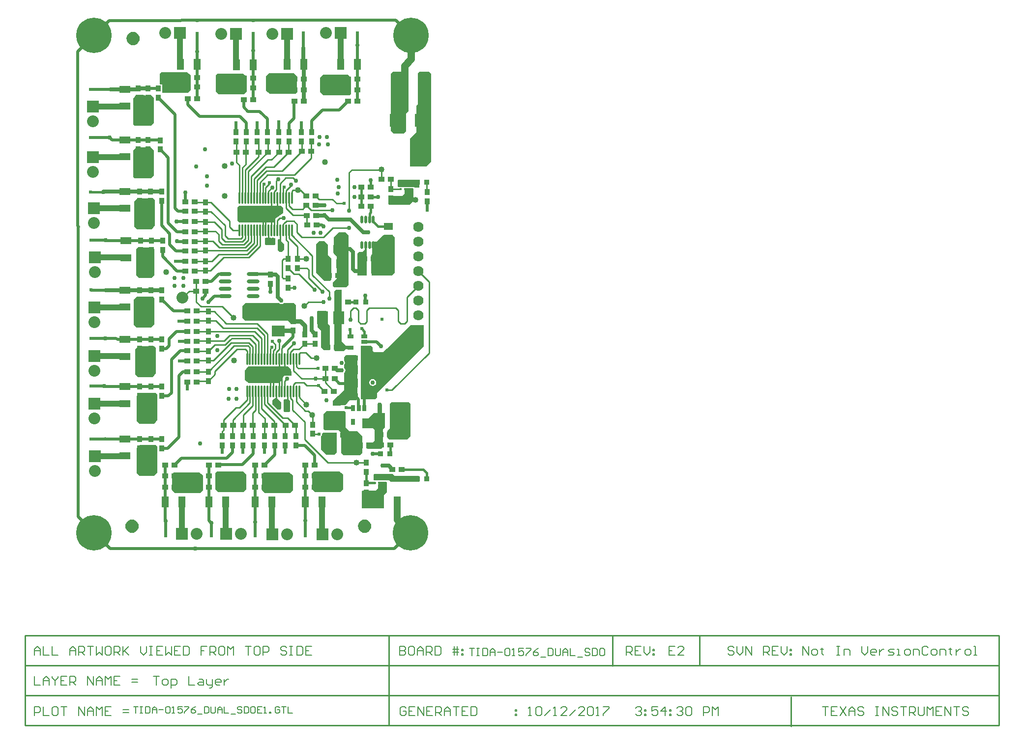
<source format=gtl>
G04 Layer_Physical_Order=1*
G04 Layer_Color=255*
%FSLAX25Y25*%
%MOIN*%
G70*
G01*
G75*
%ADD10O,0.01181X0.08071*%
%ADD11R,0.05000X0.06300*%
%ADD12R,0.05512X0.08661*%
%ADD13R,0.05512X0.03543*%
%ADD14R,0.02362X0.02362*%
%ADD15R,0.03740X0.03937*%
%ADD16R,0.05118X0.05906*%
%ADD17R,0.03200X0.03200*%
%ADD18R,0.01791X0.01575*%
%ADD19R,0.04331X0.04134*%
%ADD20R,0.03347X0.01575*%
%ADD21R,0.07677X0.08858*%
%ADD22R,0.09843X0.09055*%
%ADD23R,0.03937X0.03740*%
%ADD24R,0.02559X0.04331*%
%ADD25C,0.04000*%
%ADD26R,0.05118X0.07284*%
%ADD27R,0.02362X0.02362*%
%ADD28R,0.03740X0.03937*%
%ADD29R,0.07284X0.05118*%
%ADD30R,0.03937X0.03740*%
%ADD31R,0.04331X0.02559*%
%ADD32R,0.08858X0.07677*%
%ADD33R,0.08661X0.05512*%
%ADD34R,0.03543X0.05512*%
%ADD35O,0.01772X0.05315*%
%ADD36R,0.06300X0.05000*%
%ADD37O,0.08661X0.02362*%
%ADD38C,0.01000*%
%ADD39C,0.02000*%
%ADD40C,0.02500*%
%ADD41C,0.01500*%
%ADD42C,0.04000*%
%ADD43C,0.03000*%
%ADD44C,0.04500*%
%ADD45C,0.05000*%
%ADD46C,0.00800*%
%ADD47C,0.03000*%
%ADD48C,0.07008*%
%ADD49R,0.07008X0.07008*%
%ADD50C,0.08000*%
%ADD51R,0.08000X0.08000*%
%ADD52C,0.24000*%
%ADD53R,0.08000X0.08000*%
%ADD54C,0.02400*%
G36*
X149730Y107719D02*
X150500Y106948D01*
Y104500D01*
Y100000D01*
X150000Y99500D01*
X146500D01*
X146000Y100000D01*
Y100500D01*
Y101000D01*
Y105000D01*
Y107500D01*
X146500Y108000D01*
X149541D01*
X149730Y107719D01*
D02*
G37*
G36*
X144500Y106000D02*
Y102000D01*
X143500Y101000D01*
X142163D01*
X138500Y104663D01*
Y107500D01*
X139389Y108389D01*
X139621Y108435D01*
X140147Y108786D01*
X140289Y109000D01*
X141500D01*
X144500Y106000D01*
D02*
G37*
G36*
X60500Y111500D02*
Y94000D01*
X58500Y91500D01*
X48500D01*
X46500Y93500D01*
Y110500D01*
X48500Y112500D01*
X59500D01*
X60500Y111500D01*
D02*
G37*
G36*
X214800Y97700D02*
Y88700D01*
X213500Y87700D01*
X213600Y75900D01*
X212300Y74600D01*
X202900D01*
X202100Y75400D01*
Y78200D01*
X202800Y78900D01*
X206600D01*
X207900Y80200D01*
Y87500D01*
X206800Y88600D01*
X199800D01*
X199500Y88900D01*
X199400D01*
Y95000D01*
X199500Y95100D01*
X203300D01*
X207100Y98900D01*
X213600D01*
X214800Y97700D01*
D02*
G37*
G36*
X230900Y106100D02*
X232000Y105000D01*
X232000Y83000D01*
X229800Y80800D01*
X219200Y80800D01*
X217700D01*
X216500Y82000D01*
X216400D01*
Y86600D01*
Y86800D01*
X217800Y88200D01*
X218200Y88600D01*
Y90900D01*
Y105000D01*
X219300Y106100D01*
X222800D01*
X230900Y106100D01*
D02*
G37*
G36*
X196000Y137500D02*
Y108500D01*
X195000Y107500D01*
X190700D01*
X188433Y104326D01*
X187720Y104184D01*
X187444Y104000D01*
X179500D01*
Y107000D01*
X187000Y114000D01*
Y125869D01*
X187258Y126042D01*
X187767Y126803D01*
X187945Y127700D01*
X187767Y128597D01*
X187258Y129358D01*
X187000Y129531D01*
Y131304D01*
X187467Y132003D01*
X187645Y132900D01*
X187467Y133797D01*
X187000Y134496D01*
Y136500D01*
X188500Y138000D01*
X195500D01*
X196000Y137500D01*
D02*
G37*
G36*
X185500Y172500D02*
Y161500D01*
Y147500D01*
X188500Y144500D01*
X193000D01*
Y142000D01*
X188000D01*
X187000Y141000D01*
X186773Y140773D01*
X181227D01*
X180500Y141500D01*
Y144500D01*
Y181500D01*
X181500Y182500D01*
X185500D01*
Y172500D01*
D02*
G37*
G36*
X176000Y167000D02*
Y163500D01*
Y159500D01*
X176500Y159000D01*
X177500Y158000D01*
Y141500D01*
X173500D01*
X171500Y143500D01*
Y145500D01*
Y154500D01*
X171000Y155000D01*
X169000Y157000D01*
Y168000D01*
X175000D01*
X176000Y167000D01*
D02*
G37*
G36*
X241100Y158500D02*
X241100Y144100D01*
X209500Y112500D01*
X209500Y109436D01*
X208064Y108000D01*
X198710Y108000D01*
X198600Y108555D01*
X198577Y108672D01*
X198500Y108786D01*
Y144500D01*
X205500D01*
X206500Y143500D01*
Y141000D01*
X207500Y140000D01*
X213500Y140000D01*
X216000Y142500D01*
X232000Y158500D01*
X241100Y158500D01*
D02*
G37*
G36*
X151250Y128262D02*
Y127512D01*
X151367Y126927D01*
X151500Y126727D01*
Y124000D01*
X146500D01*
X143500Y118988D01*
X122500Y119000D01*
X119709Y121000D01*
Y127500D01*
X122000Y130500D01*
X149012D01*
X151250Y128262D01*
D02*
G37*
G36*
X59500Y143150D02*
Y125650D01*
X57500Y123150D01*
X47500D01*
X45500Y125150D01*
Y142150D01*
X47500Y144150D01*
X58500D01*
X59500Y143150D01*
D02*
G37*
G36*
X91350Y56500D02*
Y46500D01*
X89350Y44500D01*
X72350D01*
X70350Y46500D01*
Y57500D01*
X71350Y58500D01*
X88850D01*
X91350Y56500D01*
D02*
G37*
G36*
X152350D02*
Y46500D01*
X150350Y44500D01*
X133350D01*
X131350Y46500D01*
Y57500D01*
X132350Y58500D01*
X149850D01*
X152350Y56500D01*
D02*
G37*
G36*
X216000Y51000D02*
Y45100D01*
X214100Y42900D01*
Y34100D01*
X199355Y34002D01*
X199000Y34355D01*
Y45500D01*
X199500Y46000D01*
X208500D01*
X210000Y47500D01*
Y50500D01*
X211000Y51500D01*
X215500D01*
X216000Y51000D01*
D02*
G37*
G36*
X44475Y26384D02*
X45569Y25931D01*
X46509Y25209D01*
X47231Y24269D01*
X47684Y23175D01*
X47839Y22000D01*
X47684Y20825D01*
X47231Y19731D01*
X46509Y18791D01*
X45569Y18069D01*
X44475Y17616D01*
X43300Y17461D01*
X42125Y17616D01*
X41031Y18069D01*
X40091Y18791D01*
X39369Y19731D01*
X38916Y20825D01*
X38761Y22000D01*
X38916Y23175D01*
X39369Y24269D01*
X40091Y25209D01*
X41031Y25931D01*
X42125Y26384D01*
X43300Y26539D01*
X44475Y26384D01*
D02*
G37*
G36*
X202175D02*
X203269Y25931D01*
X204209Y25209D01*
X204931Y24269D01*
X205384Y23175D01*
X205539Y22000D01*
X205384Y20825D01*
X204931Y19731D01*
X204209Y18791D01*
X203269Y18069D01*
X202175Y17616D01*
X201000Y17461D01*
X199825Y17616D01*
X198731Y18069D01*
X197791Y18791D01*
X197069Y19731D01*
X196616Y20825D01*
X196461Y22000D01*
X196616Y23175D01*
X197069Y24269D01*
X197791Y25209D01*
X198731Y25931D01*
X199825Y26384D01*
X201000Y26539D01*
X202175Y26384D01*
D02*
G37*
G36*
X120850Y57000D02*
Y47000D01*
X118850Y45000D01*
X101850D01*
X99850Y47000D01*
Y58000D01*
X100850Y59000D01*
X118350D01*
X120850Y57000D01*
D02*
G37*
G36*
X188000Y99500D02*
Y98500D01*
Y89000D01*
X190500Y86500D01*
X196000D01*
X199500Y83000D01*
Y76500D01*
X199500Y71700D01*
X197800Y70000D01*
X186800Y70000D01*
X185000Y71800D01*
Y82000D01*
Y85500D01*
X184500Y86000D01*
X183500Y87000D01*
X174000D01*
X173000Y88000D01*
Y90000D01*
Y98000D01*
X174000Y99000D01*
X175000Y100000D01*
X187500D01*
X188000Y99500D01*
D02*
G37*
G36*
X182000Y85000D02*
Y81500D01*
Y72000D01*
X181000Y71000D01*
X180500Y70500D01*
X175000D01*
X172000Y73500D01*
X171500Y74000D01*
Y82856D01*
X171586Y82914D01*
X172072Y83642D01*
X172243Y84500D01*
X172203Y84703D01*
X173000Y85500D01*
X181500D01*
X182000Y85000D01*
D02*
G37*
G36*
X60500Y76000D02*
Y58500D01*
X58500Y56000D01*
X48500D01*
X46500Y58000D01*
Y75000D01*
X48500Y77000D01*
X59500D01*
X60500Y76000D01*
D02*
G37*
G36*
X186350Y57000D02*
Y47000D01*
X184350Y45000D01*
X167350D01*
X165350Y47000D01*
Y58000D01*
X166350Y59000D01*
X183850D01*
X186350Y57000D01*
D02*
G37*
G36*
X221583Y56117D02*
X237783D01*
X238300Y55600D01*
Y52500D01*
X237800Y52000D01*
X218700D01*
X217500Y53200D01*
X207341Y53200D01*
X207083Y53458D01*
Y55958D01*
Y57183D01*
X207358Y57458D01*
X220242D01*
X221583Y56117D01*
D02*
G37*
G36*
X246205Y329000D02*
Y325500D01*
Y269488D01*
X242717Y266000D01*
X231710D01*
X231705Y266012D01*
Y285000D01*
X236205Y289500D01*
Y296500D01*
Y307500D01*
X237205Y308500D01*
Y312500D01*
Y329500D01*
X238205Y330500D01*
X244705D01*
X246205Y329000D01*
D02*
G37*
G36*
X230705Y329795D02*
X230705Y322500D01*
Y303500D01*
X229205Y302000D01*
Y291000D01*
Y290000D01*
X228205Y289000D01*
X227705Y288500D01*
X220705D01*
X218705Y290500D01*
X218705Y329205D01*
X220000Y330500D01*
X230000D01*
X230705Y329795D01*
D02*
G37*
G36*
X58100Y277200D02*
Y260200D01*
X56100Y258200D01*
X45100D01*
X44100Y259200D01*
Y276700D01*
X46100Y279200D01*
X56100D01*
X58100Y277200D01*
D02*
G37*
G36*
X234000Y251200D02*
Y247200D01*
Y242700D01*
X231500Y240200D01*
X217500D01*
X217000Y240700D01*
Y245700D01*
X217500Y246200D01*
X226500D01*
X227500Y247200D01*
X228000Y247700D01*
Y250200D01*
Y250700D01*
X228500Y251200D01*
X228713Y251413D01*
X233787D01*
X234000Y251200D01*
D02*
G37*
G36*
X238000Y256200D02*
Y251700D01*
X235000D01*
X234500Y252200D01*
X234459D01*
Y252228D01*
X223972D01*
X223500Y252700D01*
Y255200D01*
Y256700D01*
X224000Y257200D01*
X237000D01*
X238000Y256200D01*
D02*
G37*
G36*
X58100Y312700D02*
Y295700D01*
X56100Y293700D01*
X45100D01*
X44100Y294700D01*
Y312200D01*
X46100Y314700D01*
X50839D01*
X51413Y314462D01*
X51518Y314441D01*
X51619Y314407D01*
X52794Y314252D01*
X52900Y314260D01*
X53007Y314252D01*
X54181Y314407D01*
X54282Y314441D01*
X54387Y314462D01*
X54961Y314700D01*
X56100D01*
X58100Y312700D01*
D02*
G37*
G36*
X83000Y328000D02*
Y318000D01*
X81000Y316000D01*
X64057D01*
X63770Y316381D01*
Y321918D01*
X62000D01*
Y329000D01*
X63000Y330000D01*
X80500D01*
X83000Y328000D01*
D02*
G37*
G36*
X45175Y357384D02*
X46269Y356931D01*
X47209Y356209D01*
X47931Y355269D01*
X48384Y354175D01*
X48539Y353000D01*
X48384Y351825D01*
X47931Y350731D01*
X47209Y349791D01*
X46269Y349069D01*
X45175Y348616D01*
X44000Y348461D01*
X42825Y348616D01*
X41731Y349069D01*
X40791Y349791D01*
X40069Y350731D01*
X39616Y351825D01*
X39461Y353000D01*
X39616Y354175D01*
X40069Y355269D01*
X40791Y356209D01*
X41731Y356931D01*
X42825Y357384D01*
X44000Y357539D01*
X45175Y357384D01*
D02*
G37*
G36*
X155150Y327500D02*
Y316500D01*
X154150Y315500D01*
X136650D01*
X134150Y317500D01*
Y327500D01*
X136150Y329500D01*
X153150D01*
X155150Y327500D01*
D02*
G37*
G36*
X191650Y326500D02*
Y315500D01*
X190650Y314500D01*
X173150D01*
X170650Y316500D01*
Y326500D01*
X172650Y328500D01*
X189650D01*
X191650Y326500D01*
D02*
G37*
G36*
X121000Y327000D02*
Y317000D01*
X119000Y315000D01*
X102000D01*
X100000Y317000D01*
Y328000D01*
X101000Y329000D01*
X118500D01*
X121000Y327000D01*
D02*
G37*
G36*
X145933Y237811D02*
Y234311D01*
X140433Y230811D01*
Y228287D01*
X115665D01*
X114642Y229311D01*
Y238020D01*
X115933Y239311D01*
X144433D01*
X144220Y239344D01*
X144352Y239392D01*
X145933Y237811D01*
D02*
G37*
G36*
X58450Y210050D02*
X58450Y192450D01*
X56500Y190500D01*
X48000Y190500D01*
X46000Y192500D01*
X46000Y210000D01*
X47150Y211150D01*
X57350D01*
X58450Y210050D01*
D02*
G37*
G36*
X58500Y176650D02*
Y159150D01*
X56500Y156650D01*
X46500D01*
X44500Y158650D01*
Y175650D01*
X46500Y177650D01*
X57500D01*
X58500Y176650D01*
D02*
G37*
G36*
X176000Y213000D02*
X176000Y206000D01*
X178500Y203500D01*
Y193500D01*
Y189500D01*
X177500Y188500D01*
X173500Y188500D01*
X168000Y194000D01*
X168000Y213500D01*
X170000Y215500D01*
X173500Y215500D01*
X176000Y213000D01*
D02*
G37*
G36*
X142736Y173500D02*
X142842Y173342D01*
X143603Y172833D01*
X144500Y172655D01*
X145397Y172833D01*
X146158Y173342D01*
X146264Y173500D01*
X153000D01*
X154500Y172000D01*
X154500Y159000D01*
X151500D01*
X149000Y161500D01*
X120000D01*
X118000Y163500D01*
X118000Y171500D01*
X120000Y173500D01*
X142736Y173500D01*
D02*
G37*
G36*
X190000Y219500D02*
Y185500D01*
X188500Y184000D01*
X180500D01*
X179500Y185000D01*
Y186500D01*
Y187500D01*
X180500Y188500D01*
X182000Y190000D01*
Y198500D01*
Y205000D01*
X180000Y207000D01*
Y209500D01*
Y218000D01*
X183500Y221500D01*
X188000D01*
X190000Y219500D01*
D02*
G37*
G36*
X139218Y217734D02*
X139839Y217611D01*
X140085Y217659D01*
X140433Y217311D01*
Y215811D01*
Y213311D01*
X139933Y212811D01*
X133933D01*
X133433Y213311D01*
Y214311D01*
Y217311D01*
X133766Y217644D01*
X133933Y217611D01*
X134554Y217734D01*
X134669Y217811D01*
X137134D01*
X137250Y217734D01*
X137870Y217611D01*
X138491Y217734D01*
X138606Y217811D01*
X139103D01*
X139218Y217734D01*
D02*
G37*
G36*
X58800Y243550D02*
Y226050D01*
X56800Y223550D01*
X46800D01*
X44800Y225550D01*
Y242550D01*
X46800Y244550D01*
X57800D01*
X58800Y243550D01*
D02*
G37*
G36*
X144433Y215467D02*
X146500Y213400D01*
Y209700D01*
X145000Y208200D01*
X143400Y208200D01*
X142000Y209600D01*
X142000Y216378D01*
X142433Y216811D01*
X144433D01*
Y215467D01*
D02*
G37*
G36*
X202500Y192000D02*
X196600Y192000D01*
X196000Y192600D01*
Y207000D01*
X197000Y208000D01*
X199500Y208000D01*
X201000Y209500D01*
Y214500D01*
X202500D01*
X202500Y192000D01*
D02*
G37*
G36*
X221500Y218000D02*
Y194000D01*
X219500Y192000D01*
X207000D01*
X205500Y193500D01*
Y206000D01*
X206000Y206500D01*
Y214500D01*
X206500Y215000D01*
X209000D01*
X213500Y219500D01*
X220000D01*
X221500Y218000D01*
D02*
G37*
%LPC*%
G36*
X206500Y121845D02*
X205603Y121667D01*
X204842Y121158D01*
X204333Y120397D01*
X204155Y119500D01*
X204333Y118603D01*
X204842Y117842D01*
X205603Y117333D01*
X206500Y117155D01*
X207397Y117333D01*
X208158Y117842D01*
X208667Y118603D01*
X208845Y119500D01*
X208667Y120397D01*
X208158Y121158D01*
X207397Y121667D01*
X206500Y121845D01*
D02*
G37*
%LPD*%
G54D10*
X151650Y244921D02*
D03*
X149681D02*
D03*
X147713D02*
D03*
X145744D02*
D03*
X143776D02*
D03*
X141807D02*
D03*
X139839D02*
D03*
X137870D02*
D03*
X135902D02*
D03*
X133933D02*
D03*
X131965D02*
D03*
X129996D02*
D03*
X128028D02*
D03*
X126059D02*
D03*
X124091D02*
D03*
X122122D02*
D03*
X120153D02*
D03*
X118185D02*
D03*
X116217D02*
D03*
X151650Y222677D02*
D03*
X149681D02*
D03*
X147713D02*
D03*
X145744D02*
D03*
X143776D02*
D03*
X141807D02*
D03*
X139839D02*
D03*
X137870D02*
D03*
X135902D02*
D03*
X133933D02*
D03*
X131965D02*
D03*
X129996D02*
D03*
X128028D02*
D03*
X126059D02*
D03*
X124091D02*
D03*
X122122D02*
D03*
X120153D02*
D03*
X118185D02*
D03*
X116217D02*
D03*
X156717Y135622D02*
D03*
X154748D02*
D03*
X152779D02*
D03*
X150811D02*
D03*
X148843D02*
D03*
X146874D02*
D03*
X144905D02*
D03*
X142937D02*
D03*
X140969D02*
D03*
X139000D02*
D03*
X137031D02*
D03*
X135063D02*
D03*
X133095D02*
D03*
X131126D02*
D03*
X129157D02*
D03*
X127189D02*
D03*
X125221D02*
D03*
X123252D02*
D03*
X121283D02*
D03*
X156717Y113378D02*
D03*
X154748D02*
D03*
X152779D02*
D03*
X150811D02*
D03*
X148843D02*
D03*
X146874D02*
D03*
X144905D02*
D03*
X142937D02*
D03*
X140969D02*
D03*
X139000D02*
D03*
X137031D02*
D03*
X135063D02*
D03*
X133095D02*
D03*
X131126D02*
D03*
X129157D02*
D03*
X127189D02*
D03*
X125221D02*
D03*
X123252D02*
D03*
X121283D02*
D03*
G54D11*
X187600Y75200D02*
D03*
X179600D02*
D03*
X184000Y200000D02*
D03*
X176000D02*
D03*
X200000Y195000D02*
D03*
X208000D02*
D03*
G54D12*
X182100Y95580D02*
D03*
G54D13*
Y105620D02*
D03*
G54D14*
X6669Y149500D02*
D03*
X15331D02*
D03*
Y216000D02*
D03*
X6669D02*
D03*
X15131Y248900D02*
D03*
X6469D02*
D03*
X6669Y182300D02*
D03*
X15331D02*
D03*
X15231Y318300D02*
D03*
X6569D02*
D03*
X15231Y285950D02*
D03*
X6569D02*
D03*
X6669Y117000D02*
D03*
X15331D02*
D03*
X6769Y81200D02*
D03*
X15431D02*
D03*
G54D15*
X197947Y76800D02*
D03*
X203853D02*
D03*
G54D16*
X194153Y119000D02*
D03*
X200847D02*
D03*
Y128000D02*
D03*
X194153D02*
D03*
G54D17*
X236752Y54000D02*
D03*
X243248D02*
D03*
X195252Y174000D02*
D03*
X201748D02*
D03*
X211752Y71000D02*
D03*
X218248D02*
D03*
X243248Y255500D02*
D03*
X236752D02*
D03*
G54D18*
X215132Y51441D02*
D03*
Y54000D02*
D03*
Y56559D02*
D03*
X207868Y51441D02*
D03*
Y54000D02*
D03*
Y56559D02*
D03*
X232764Y250641D02*
D03*
Y253200D02*
D03*
Y255759D02*
D03*
X225500Y250641D02*
D03*
Y253200D02*
D03*
Y255759D02*
D03*
G54D19*
X211500Y55279D02*
D03*
X229132Y254480D02*
D03*
G54D20*
X211878Y51441D02*
D03*
X229510Y250641D02*
D03*
G54D21*
X221813Y94600D02*
D03*
X210987D02*
D03*
X172587Y163500D02*
D03*
X183413D02*
D03*
G54D22*
X223071Y297500D02*
D03*
X240000D02*
D03*
G54D23*
X211750Y84200D02*
D03*
X218050D02*
D03*
X167983Y232911D02*
D03*
X161683D02*
D03*
X168283Y226311D02*
D03*
X161984D02*
D03*
X200650Y110500D02*
D03*
X194350D02*
D03*
X218650Y257500D02*
D03*
X212350D02*
D03*
X72150Y63500D02*
D03*
X65850D02*
D03*
X65850Y56000D02*
D03*
X72150D02*
D03*
X65850Y48500D02*
D03*
X72150D02*
D03*
X101650Y63500D02*
D03*
X95350D02*
D03*
X95350Y56000D02*
D03*
X101650D02*
D03*
X95350Y48500D02*
D03*
X101650D02*
D03*
X133150Y63500D02*
D03*
X126850D02*
D03*
X126850Y56000D02*
D03*
X133150D02*
D03*
X126850Y48500D02*
D03*
X133150D02*
D03*
X167150Y63500D02*
D03*
X160850D02*
D03*
X160850Y56000D02*
D03*
X167150D02*
D03*
X160850Y48500D02*
D03*
X167150D02*
D03*
X87150Y126773D02*
D03*
X80850D02*
D03*
X212050Y77100D02*
D03*
X218350D02*
D03*
X180250Y83700D02*
D03*
X186550D02*
D03*
X196150Y318000D02*
D03*
X189850D02*
D03*
X87299Y320000D02*
D03*
X81000D02*
D03*
X125299Y319500D02*
D03*
X119000D02*
D03*
X159650Y325500D02*
D03*
X153350D02*
D03*
X196150D02*
D03*
X189850D02*
D03*
X87299Y326500D02*
D03*
X81000D02*
D03*
X125299Y326000D02*
D03*
X119000D02*
D03*
X79484Y195220D02*
D03*
X85783D02*
D03*
X158473Y276311D02*
D03*
X164772D02*
D03*
X79484Y201720D02*
D03*
X85783D02*
D03*
X79484Y208720D02*
D03*
X85783D02*
D03*
X142973Y275811D02*
D03*
X149272D02*
D03*
X79484Y215220D02*
D03*
X85783D02*
D03*
X79484Y221721D02*
D03*
X85783D02*
D03*
X128972Y275811D02*
D03*
X135272D02*
D03*
X79484Y228720D02*
D03*
X85783D02*
D03*
X79484Y235720D02*
D03*
X85783D02*
D03*
X113972Y275811D02*
D03*
X120272D02*
D03*
X79484Y242220D02*
D03*
X85783D02*
D03*
X87150Y119773D02*
D03*
X80850D02*
D03*
X87150Y134000D02*
D03*
X80850D02*
D03*
X87150Y147500D02*
D03*
X80850D02*
D03*
X87150Y161000D02*
D03*
X80850D02*
D03*
X87150Y141000D02*
D03*
X80850D02*
D03*
X87150Y154000D02*
D03*
X80850D02*
D03*
X105350Y90500D02*
D03*
X111650D02*
D03*
X183350Y174000D02*
D03*
X189650D02*
D03*
X194350Y136000D02*
D03*
X200650D02*
D03*
X182150Y143500D02*
D03*
X175850D02*
D03*
X87150Y168000D02*
D03*
X80850D02*
D03*
X147350Y90500D02*
D03*
X153650D02*
D03*
X118850D02*
D03*
X125150D02*
D03*
X133350D02*
D03*
X139650D02*
D03*
X159650Y310500D02*
D03*
X153350D02*
D03*
X196150D02*
D03*
X189850D02*
D03*
X87299Y312000D02*
D03*
X81000D02*
D03*
X125299Y311500D02*
D03*
X119000D02*
D03*
X161583Y246111D02*
D03*
X167883D02*
D03*
Y239711D02*
D03*
X161583D02*
D03*
X219850Y60500D02*
D03*
X226150D02*
D03*
X180650Y129000D02*
D03*
X174350D02*
D03*
X180650Y122000D02*
D03*
X174350D02*
D03*
X173850Y113500D02*
D03*
X180150D02*
D03*
X159650Y318000D02*
D03*
X153350D02*
D03*
X176850Y192000D02*
D03*
X183150D02*
D03*
X205150Y245500D02*
D03*
X198850D02*
D03*
X198850Y252000D02*
D03*
X205150D02*
D03*
X198850Y239000D02*
D03*
X205150D02*
D03*
X207150Y203500D02*
D03*
X200850D02*
D03*
X93150Y181500D02*
D03*
X86850D02*
D03*
X93150Y188000D02*
D03*
X86850D02*
D03*
G54D24*
X200740Y92776D02*
D03*
X193260D02*
D03*
Y102224D02*
D03*
X197000D02*
D03*
X200740D02*
D03*
G54D25*
X201000Y22000D02*
D03*
X43300D02*
D03*
X44000Y353000D02*
D03*
X66500Y194500D02*
D03*
X195400Y65150D02*
D03*
X212400Y264000D02*
D03*
X186500Y218000D02*
D03*
X235500Y243500D02*
D03*
X174000Y269200D02*
D03*
X112500Y134500D02*
D03*
X168500Y136000D02*
D03*
X165300Y97600D02*
D03*
X161591Y104500D02*
D03*
X193900Y83400D02*
D03*
X112000Y163500D02*
D03*
X106000Y246000D02*
D03*
Y266500D02*
D03*
X161500Y203500D02*
D03*
X155633Y250111D02*
D03*
X160150Y171500D02*
D03*
G54D26*
X211791Y38500D02*
D03*
X223209D02*
D03*
X77209D02*
D03*
X65791D02*
D03*
X106709D02*
D03*
X95291D02*
D03*
X138209D02*
D03*
X126791D02*
D03*
X172209D02*
D03*
X160791D02*
D03*
X113941Y335000D02*
D03*
X125358D02*
D03*
X196209Y335500D02*
D03*
X184791D02*
D03*
X87358D02*
D03*
X75941D02*
D03*
X227996Y312000D02*
D03*
X239414D02*
D03*
X227996Y323000D02*
D03*
X239414D02*
D03*
X159709Y335500D02*
D03*
X148291D02*
D03*
G54D27*
X159400Y356669D02*
D03*
Y365331D02*
D03*
X196000Y356669D02*
D03*
Y365331D02*
D03*
X126800Y6869D02*
D03*
Y15531D02*
D03*
X160700Y6669D02*
D03*
Y15331D02*
D03*
X66000Y6669D02*
D03*
Y15331D02*
D03*
X97000Y6669D02*
D03*
Y15331D02*
D03*
X125300Y356569D02*
D03*
Y365231D02*
D03*
X87400Y356569D02*
D03*
Y365231D02*
D03*
G54D28*
X167500Y145850D02*
D03*
Y152150D02*
D03*
X160500Y152244D02*
D03*
Y145945D02*
D03*
X202000Y58850D02*
D03*
Y65150D02*
D03*
Y44850D02*
D03*
Y51150D02*
D03*
X218800Y244350D02*
D03*
Y250650D02*
D03*
X63500Y110350D02*
D03*
Y116650D02*
D03*
X56000Y116650D02*
D03*
Y110350D02*
D03*
X48500Y116650D02*
D03*
Y110350D02*
D03*
X63500Y74850D02*
D03*
Y81150D02*
D03*
X56000Y81150D02*
D03*
Y74850D02*
D03*
X48500Y81150D02*
D03*
Y74850D02*
D03*
X63500Y175850D02*
D03*
Y182150D02*
D03*
X56000Y182150D02*
D03*
Y175850D02*
D03*
X48500Y182150D02*
D03*
Y175850D02*
D03*
X63500Y142350D02*
D03*
Y148650D02*
D03*
X56000Y148650D02*
D03*
Y142350D02*
D03*
X48500Y148650D02*
D03*
Y142350D02*
D03*
X56500Y215650D02*
D03*
Y209350D02*
D03*
X55800Y249050D02*
D03*
Y242750D02*
D03*
X54100Y283999D02*
D03*
Y277700D02*
D03*
Y318999D02*
D03*
Y312700D02*
D03*
X49000Y215650D02*
D03*
Y209350D02*
D03*
X48300Y249050D02*
D03*
Y242750D02*
D03*
X47600Y283999D02*
D03*
Y277700D02*
D03*
Y318999D02*
D03*
Y312700D02*
D03*
X165122Y283161D02*
D03*
Y289461D02*
D03*
X93134Y201870D02*
D03*
Y195571D02*
D03*
X158122Y283161D02*
D03*
Y289461D02*
D03*
X149622Y283161D02*
D03*
Y289461D02*
D03*
X93134Y215370D02*
D03*
Y209071D02*
D03*
X135122Y283161D02*
D03*
Y289461D02*
D03*
X93134Y228370D02*
D03*
Y222071D02*
D03*
X128122Y283161D02*
D03*
Y289461D02*
D03*
X120622Y283161D02*
D03*
Y289461D02*
D03*
X93134Y241870D02*
D03*
Y235571D02*
D03*
X113622Y283161D02*
D03*
Y289461D02*
D03*
X104500Y76850D02*
D03*
Y83150D02*
D03*
X118500Y76850D02*
D03*
Y83150D02*
D03*
X111500Y76850D02*
D03*
Y83150D02*
D03*
X133000Y76850D02*
D03*
Y83150D02*
D03*
X125500Y76850D02*
D03*
Y83150D02*
D03*
X147000Y76850D02*
D03*
Y83150D02*
D03*
X140000Y76850D02*
D03*
Y83150D02*
D03*
X154500Y76850D02*
D03*
Y83150D02*
D03*
X95002Y120624D02*
D03*
Y126923D02*
D03*
X95000Y134350D02*
D03*
Y140650D02*
D03*
Y147850D02*
D03*
Y154150D02*
D03*
Y161350D02*
D03*
Y167650D02*
D03*
X64000Y215650D02*
D03*
Y209350D02*
D03*
X63300Y249050D02*
D03*
Y242750D02*
D03*
X62400Y283950D02*
D03*
Y277650D02*
D03*
X61100Y319150D02*
D03*
Y312850D02*
D03*
X142622Y283161D02*
D03*
Y289461D02*
D03*
X152500Y161150D02*
D03*
Y154850D02*
D03*
X165900Y84650D02*
D03*
Y90950D02*
D03*
X155500Y197201D02*
D03*
Y203500D02*
D03*
X149000Y183850D02*
D03*
Y190150D02*
D03*
X243500Y242350D02*
D03*
Y248650D02*
D03*
X149000Y197201D02*
D03*
Y203500D02*
D03*
X137000Y192650D02*
D03*
Y186350D02*
D03*
G54D29*
X38500Y105291D02*
D03*
Y116709D02*
D03*
Y69791D02*
D03*
Y81209D02*
D03*
Y170791D02*
D03*
Y182209D02*
D03*
Y137291D02*
D03*
Y148709D02*
D03*
X39000Y215709D02*
D03*
Y204291D02*
D03*
X38300Y249109D02*
D03*
Y237691D02*
D03*
X38600Y284058D02*
D03*
Y272641D02*
D03*
Y318558D02*
D03*
Y307141D02*
D03*
G54D30*
X183000Y185953D02*
D03*
Y180047D02*
D03*
G54D31*
X200724Y143260D02*
D03*
Y147000D02*
D03*
Y150740D02*
D03*
X191276D02*
D03*
Y143260D02*
D03*
G54D32*
X142500Y165413D02*
D03*
Y154587D02*
D03*
G54D33*
X184020Y210000D02*
D03*
G54D34*
X173980D02*
D03*
G54D35*
X206839Y230260D02*
D03*
X204279D02*
D03*
X201720D02*
D03*
X206839Y212740D02*
D03*
X204279D02*
D03*
X201720D02*
D03*
X199161D02*
D03*
Y230260D02*
D03*
G54D36*
X217000Y225500D02*
D03*
Y217500D02*
D03*
G54D37*
X106551Y193000D02*
D03*
Y188000D02*
D03*
Y183000D02*
D03*
Y178000D02*
D03*
X125449Y193000D02*
D03*
Y188000D02*
D03*
Y183000D02*
D03*
Y178000D02*
D03*
G54D38*
X164795Y236500D02*
X179000D01*
X192450Y263950D02*
X212350D01*
X86850Y174150D02*
Y181500D01*
Y174150D02*
X90000Y171000D01*
X104500D01*
X112000Y163500D01*
X77500Y177000D02*
X82000Y181500D01*
X86850D01*
Y188000D01*
X105500Y204500D02*
X122500D01*
X96571Y195571D02*
X105500Y204500D01*
X93134Y195571D02*
X96571D01*
X129996Y211996D02*
Y222677D01*
X122500Y204500D02*
X129996Y211996D01*
X102000Y206500D02*
X121500D01*
X97370Y201870D02*
X102000Y206500D01*
X93134Y201870D02*
X97370D01*
X128028Y213028D02*
Y222677D01*
X121500Y206500D02*
X128028Y213028D01*
X121000Y209000D02*
X126059Y214059D01*
X93205Y209000D02*
X121000D01*
X93134Y209071D02*
X93205Y209000D01*
X126059Y214059D02*
Y222677D01*
X120000Y211000D02*
X124091Y215090D01*
X102500Y211000D02*
X120000D01*
X98130Y215370D02*
X102500Y211000D01*
X124091Y215090D02*
Y222677D01*
X122122Y216122D02*
Y222677D01*
X119000Y213000D02*
X122122Y216122D01*
X104500Y213000D02*
X119000D01*
X120153Y217154D02*
Y222677D01*
X118000Y215000D02*
X120153Y217154D01*
X106591Y215000D02*
X118000D01*
X102000Y215500D02*
X104500Y213000D01*
X104000Y217591D02*
X106591Y215000D01*
X117000Y217000D02*
X118185Y218185D01*
X108500Y217000D02*
X117000D01*
X106500Y219000D02*
X108500Y217000D01*
X106500Y219000D02*
Y225971D01*
X118185Y218185D02*
Y222677D01*
X145744D02*
X145822Y222755D01*
Y226905D01*
X122122Y244921D02*
Y262661D01*
X131965Y244921D02*
Y253443D01*
X145744Y244921D02*
Y251244D01*
X120076Y244999D02*
Y263803D01*
X129996Y244921D02*
Y255096D01*
X139839Y244921D02*
Y248811D01*
X111823Y222677D02*
X116217D01*
X131965D02*
Y230679D01*
X137870Y222677D02*
Y230674D01*
X141807Y222677D02*
Y229307D01*
X133933Y222677D02*
Y228711D01*
X139839Y222677D02*
Y231117D01*
X118107Y244999D02*
Y265296D01*
X128028Y244921D02*
Y256728D01*
X147713Y244921D02*
Y249677D01*
Y237831D02*
Y244921D01*
X151650D02*
Y249428D01*
X126059Y244921D02*
Y257941D01*
X143776Y244921D02*
Y254576D01*
X116217Y244921D02*
Y266717D01*
X135902Y244921D02*
Y249311D01*
X124091Y244921D02*
Y259490D01*
X133933Y244921D02*
Y251875D01*
X102000Y215500D02*
Y220000D01*
X93134Y215370D02*
X98130D01*
X104000Y217591D02*
Y223600D01*
X99929Y222071D02*
X102000Y220000D01*
X244700Y139600D02*
Y187800D01*
X219542Y114442D02*
X244700Y139600D01*
X215942Y114442D02*
X219542D01*
X237500Y195000D02*
X244700Y187800D01*
X229900Y161200D02*
Y177400D01*
X228100Y159400D02*
X229900Y161200D01*
X225500Y159400D02*
X228100D01*
X223700Y161200D02*
X225500Y159400D01*
X223700Y161200D02*
Y168300D01*
X222000Y170000D02*
X223700Y168300D01*
X204000Y170000D02*
X222000D01*
X202300Y168300D02*
X204000Y170000D01*
X170183Y243811D02*
X179189D01*
X155500Y203500D02*
X161500D01*
X158500Y218000D02*
X173000D01*
X155200Y221300D02*
X158500Y218000D01*
X155200Y221300D02*
Y226840D01*
X167405Y145945D02*
X167500Y145850D01*
X160500Y145945D02*
X167405D01*
X152805Y142000D02*
X156555D01*
X160500Y145945D01*
X150811Y140006D02*
X152805Y142000D01*
X150811Y135622D02*
Y140006D01*
X152301Y258299D02*
X154300Y256300D01*
X147499Y258299D02*
X152301D01*
X162700Y100200D02*
X165300Y97600D01*
X160900Y100200D02*
X162700D01*
X154748Y106352D02*
Y113378D01*
Y106352D02*
X160900Y100200D01*
X147713Y249677D02*
X151000Y252964D01*
Y253800D01*
X145744Y251244D02*
X146600Y252100D01*
X143776Y254576D02*
X147499Y258299D01*
X141233Y256400D02*
X142333Y257500D01*
X141233Y250466D02*
Y256400D01*
X153040Y229000D02*
X155200Y226840D01*
X169800Y117550D02*
X173850Y113500D01*
X159794Y119405D02*
X161650Y117550D01*
X169800D01*
X154000Y119405D02*
X159794D01*
X167900Y122000D02*
X174350D01*
X158291D02*
X167900D01*
X146972Y228013D02*
X147960Y229000D01*
X146930Y228013D02*
X146972D01*
X145822Y226905D02*
X146930Y228013D01*
X143500Y231000D02*
X146000D01*
X141807Y229307D02*
X143500Y231000D01*
X161583Y239711D02*
X164795Y236500D01*
X85783Y242220D02*
X86134Y241870D01*
X93134D01*
X85783Y235720D02*
X85933Y235571D01*
X93134D01*
X85783Y215220D02*
X85933Y215370D01*
X93134D01*
Y222071D02*
X99929D01*
X164772Y282811D02*
X165122Y283161D01*
X164772Y276311D02*
Y282811D01*
X158122Y283161D02*
X158473Y282811D01*
Y276311D02*
Y282811D01*
X149272Y282811D02*
X149622Y283161D01*
X149272Y275811D02*
Y282811D01*
X142622Y283161D02*
X142973Y282811D01*
Y275811D02*
Y282811D01*
X135122Y283161D02*
X135272Y283012D01*
Y275811D02*
Y283012D01*
X128122Y283161D02*
X128972Y282311D01*
Y275811D02*
Y282311D01*
X120272Y282811D02*
X120622Y283161D01*
X120272Y275811D02*
Y282811D01*
X113622Y283161D02*
X113972Y282811D01*
Y275811D02*
Y282811D01*
Y268961D02*
Y275811D01*
Y268961D02*
X116217Y266717D01*
X120272Y267461D02*
Y275811D01*
X118107Y265296D02*
X120272Y267461D01*
X144905Y113378D02*
Y122031D01*
X146874Y120374D02*
X148500Y122000D01*
X146874Y113378D02*
Y120374D01*
X152779Y127512D02*
Y135622D01*
Y127512D02*
X158291Y122000D01*
X156000Y129000D02*
X169500D01*
X154748Y130252D02*
X156000Y129000D01*
X154748Y130252D02*
Y135622D01*
X156717D02*
Y139216D01*
X148843Y135622D02*
Y141842D01*
X153000Y146000D01*
X144905Y135622D02*
Y142905D01*
X140969Y139969D02*
X143000Y142000D01*
X140969Y135622D02*
Y139969D01*
X139000Y140964D02*
X140500Y142464D01*
X139000Y135622D02*
Y140964D01*
X137031Y142532D02*
X138000Y143500D01*
X137031Y135622D02*
Y142532D01*
X147500Y101500D02*
X148843Y102842D01*
X140969Y105032D02*
X143000Y103000D01*
X140969Y105032D02*
Y113378D01*
X135063Y105937D02*
Y113378D01*
X148650Y95500D02*
X153650Y90500D01*
X145500Y95500D02*
X148650D01*
X135063Y105937D02*
X145500Y95500D01*
X133095Y104756D02*
Y113378D01*
Y104756D02*
X147350Y90500D01*
X139650Y91500D02*
Y93220D01*
X131126Y101744D02*
X139650Y93220D01*
X133350Y90500D02*
Y95000D01*
X129157Y99193D02*
X133350Y95000D01*
X87150Y119773D02*
X88000Y120624D01*
X95002D01*
X87150Y126773D02*
X87299Y126923D01*
X95002D01*
X87150Y134000D02*
X87500Y134350D01*
X95000D01*
X87150Y141000D02*
X87500Y140650D01*
X95000D01*
X87150Y147500D02*
X87500Y147850D01*
X95000D01*
X87150Y154000D02*
X87299Y154150D01*
X95000D01*
X87150Y161000D02*
X87500Y161350D01*
X95000D01*
X87150Y168000D02*
X87500Y167650D01*
X95000D01*
X95002Y120624D02*
X99500Y125122D01*
Y127000D01*
X114500Y142000D01*
X120000D01*
X121283Y140717D01*
Y135622D02*
Y140717D01*
X95002Y126923D02*
X112579Y144500D01*
X121954D01*
X123252Y143202D01*
Y135622D02*
Y143202D01*
X95000Y134350D02*
X98350D01*
X110500Y146500D01*
X122500D01*
X125221Y143780D01*
Y135622D02*
Y143780D01*
X123000Y149500D02*
X127189Y145311D01*
Y135622D02*
Y145311D01*
X95000Y147850D02*
X105850D01*
X125000Y151500D02*
X129157Y147343D01*
Y135622D02*
Y147343D01*
X95000Y154150D02*
X126350D01*
X131126Y149374D01*
Y135622D02*
Y149374D01*
X111500Y90350D02*
X111650Y90500D01*
X111500Y83150D02*
Y90350D01*
X118500Y90150D02*
X118850Y90500D01*
X118500Y83150D02*
Y90150D01*
X125150Y90500D02*
X125500Y90150D01*
Y83150D02*
Y90150D01*
X133000Y90150D02*
X133350Y90500D01*
X133000Y83150D02*
Y90150D01*
X139650Y91500D02*
X140000Y91150D01*
X139650Y90500D02*
Y91500D01*
X147000Y90150D02*
X147350Y90500D01*
X147000Y83150D02*
Y90150D01*
X153650Y90500D02*
X154500Y89650D01*
Y83150D02*
Y89650D01*
X131126Y101744D02*
Y113378D01*
X129157Y99193D02*
Y113378D01*
X125150Y90500D02*
Y98650D01*
X127189Y100689D01*
Y113378D01*
X118850Y90500D02*
Y97350D01*
X125221Y103720D01*
Y113378D01*
X111650Y94150D02*
X123252Y105752D01*
Y113378D01*
X116000Y102500D02*
X121283Y107783D01*
Y113378D01*
X152333Y250111D02*
X155633D01*
X151650Y249428D02*
X152333Y250111D01*
X159083Y237211D02*
X161583Y239711D01*
X149681Y239563D02*
X152033Y237211D01*
X149681Y239563D02*
Y244921D01*
Y217563D02*
Y222677D01*
X147713Y216287D02*
Y222677D01*
X143776Y213469D02*
X143933Y213311D01*
X143776Y213469D02*
Y222677D01*
X135902Y216342D02*
X135933Y216311D01*
X135902Y216342D02*
Y222677D01*
X85783Y195220D02*
X86134Y195571D01*
X93134D01*
X85783Y201720D02*
X92984D01*
X85783Y208720D02*
X92783D01*
X130074Y218449D02*
Y222599D01*
X129996Y222677D02*
X130074Y222599D01*
X85783Y221721D02*
X86134Y222071D01*
X93134D01*
X85783Y228720D02*
X92783D01*
X118107Y244999D02*
X118185Y244921D01*
X120076Y244999D02*
X120153Y244921D01*
X219340Y250641D02*
X225500D01*
X219282Y250700D02*
X219340Y250641D01*
X232764Y253200D02*
Y255759D01*
X218500Y258050D02*
X218650Y257901D01*
X148843Y102842D02*
Y104500D01*
Y113378D01*
X152779D02*
Y118185D01*
X154000Y119405D01*
X152033Y237211D02*
X159083D01*
X95000Y161350D02*
X100150D01*
X105000Y156500D02*
X128094D01*
X133095Y135622D02*
Y151500D01*
X100150Y161350D02*
X105000Y156500D01*
X128094D02*
X133095Y151500D01*
X99000Y167650D02*
X107150Y159500D01*
X128063D01*
X95000Y167650D02*
X99000D01*
X135063Y135622D02*
Y152500D01*
X128063Y159500D02*
X135063Y152500D01*
X156717Y109375D02*
Y113378D01*
Y109375D02*
X161591Y104500D01*
X140500Y142464D02*
Y145200D01*
X138300Y147400D02*
X140500Y145200D01*
X131965Y253443D02*
X132733Y254211D01*
X133933Y251875D02*
X136533Y254475D01*
Y254711D01*
X106454Y145000D02*
X109754Y148300D01*
X109800D01*
X99350Y145000D02*
X106454D01*
X95000Y140650D02*
X99350Y145000D01*
X109800Y148300D02*
X111000Y149500D01*
X123000D01*
X105850Y147850D02*
X109500Y151500D01*
X125000D01*
X135433Y233111D02*
X141833D01*
X129533D02*
X135433D01*
X123933D02*
X129533D01*
X117333D02*
X123933D01*
X141807Y233137D02*
Y244921D01*
Y233137D02*
X141833Y233111D01*
X137870Y235548D02*
Y244921D01*
X135433Y233111D02*
X137870Y235548D01*
X135433Y233111D02*
X137870Y230674D01*
X129533Y233111D02*
X131965Y230679D01*
X133933Y228711D01*
X139839Y231117D02*
X141833Y233111D01*
X139000Y113378D02*
Y123000D01*
X137031Y113378D02*
Y124969D01*
X139000Y123000D01*
X137000Y125000D02*
X137031Y124969D01*
X143000Y125000D02*
X148500D01*
X142937Y113378D02*
Y124000D01*
Y125000D02*
X143000D01*
X142937Y124000D02*
X144905Y122031D01*
X146874Y126626D02*
Y135622D01*
Y126626D02*
X148500Y125000D01*
X174350Y119299D02*
Y122000D01*
Y119299D02*
X180150Y113500D01*
X174350Y122000D02*
Y129000D01*
X147713Y237831D02*
X152533Y233011D01*
X243248Y248902D02*
Y255500D01*
Y248902D02*
X243500Y248650D01*
X218650Y250800D02*
Y257500D01*
X218650Y250800D02*
X218800Y250650D01*
X218650Y250700D02*
Y250800D01*
X139917Y248889D02*
Y249149D01*
X139839Y248811D02*
X139917Y248889D01*
Y249149D02*
X141233Y250466D01*
X138402Y251811D02*
X138433D01*
X135902Y249311D02*
X138402Y251811D01*
X111650Y90500D02*
Y94150D01*
X105350Y90500D02*
Y94050D01*
X113800Y102500D01*
X116000D01*
X105350Y87250D02*
Y90500D01*
X104500Y83150D02*
Y86400D01*
X105350Y87250D01*
X165900Y90950D02*
Y97000D01*
X165300Y97600D02*
X165900Y97000D01*
X152200Y100854D02*
X160400Y92654D01*
X150811Y108800D02*
Y113378D01*
Y108800D02*
X152200Y107411D01*
Y100854D02*
Y107411D01*
X156717Y139216D02*
X157350Y139850D01*
X144905Y142905D02*
X145900Y143900D01*
X93134Y228370D02*
X99230D01*
X96900Y235571D02*
X106500Y225971D01*
X93134Y235571D02*
X96900D01*
X96800Y241870D02*
X109500Y229170D01*
X93134Y241870D02*
X96800D01*
X147960Y229000D02*
X153040D01*
X120076Y263803D02*
X128972Y272700D01*
Y275811D01*
X122122Y262661D02*
X135272Y275811D01*
X124091Y259490D02*
X135300Y270700D01*
X137861D01*
X142973Y275811D01*
X126059Y257941D02*
X134018Y265900D01*
X139361D01*
X149272Y275811D01*
X128028Y256728D02*
X134300Y263000D01*
X145161D01*
X158473Y276311D01*
X135200Y260300D02*
X153372D01*
X129996Y255096D02*
X135200Y260300D01*
X153372D02*
X164772Y271700D01*
Y276311D01*
X160950Y139850D02*
X164800Y136000D01*
X157350Y139850D02*
X160950D01*
X164800Y136000D02*
X168500D01*
X155633Y250111D02*
X157583D01*
X161583Y246111D01*
X167883D02*
X170183Y243811D01*
X143000Y142000D02*
Y147700D01*
X147713Y216287D02*
X149000Y215000D01*
X160400Y171500D02*
X162900Y174000D01*
X173000D01*
X177000Y176500D02*
Y181000D01*
X218650Y250800D02*
Y257901D01*
X165900Y84650D02*
X166050Y84500D01*
X170000D01*
X212350Y257500D02*
Y263950D01*
X195400Y65150D02*
X202000D01*
X160400Y80700D02*
Y92654D01*
Y80700D02*
X175950Y65150D01*
X195400D01*
X191500Y168100D02*
X193400Y170000D01*
X191500Y162000D02*
Y168100D01*
X193400Y170000D02*
X195100D01*
X196800Y168300D01*
Y161000D02*
Y168300D01*
Y161000D02*
X198200Y159600D01*
X201100D01*
X202300Y160800D01*
Y168300D01*
X229900Y177400D02*
X237500Y185000D01*
X151650Y219350D02*
Y222677D01*
X165500Y192500D02*
X177000Y181000D01*
X165500Y192500D02*
Y205500D01*
X151650Y219350D02*
X165500Y205500D01*
X163000Y190500D02*
X172500Y181000D01*
X155500Y197201D02*
X161799D01*
X163000Y196000D01*
Y190500D02*
Y196000D01*
X155500Y203500D02*
Y211744D01*
X149681Y217563D02*
X155500Y211744D01*
X149000Y203500D02*
Y215000D01*
Y197201D02*
X153201Y193000D01*
X156500D01*
X167000Y182500D01*
X149000Y183850D02*
X153500D01*
X145850Y190150D02*
X149000D01*
X146000Y203500D02*
X149000D01*
X145000Y191000D02*
X145850Y190150D01*
X145000Y191000D02*
Y202500D01*
X146000Y203500D01*
X109500Y225000D02*
X111823Y222677D01*
X109500Y225000D02*
Y229170D01*
X99230Y228370D02*
X104000Y223600D01*
X190500Y262000D02*
X192450Y263950D01*
X173000Y218000D02*
X179500Y224500D01*
X190500D01*
X179189Y243811D02*
X182000Y241000D01*
X187000D01*
X190500Y235500D02*
Y236000D01*
Y262000D01*
X161784Y226111D02*
Y232911D01*
X161683Y233011D02*
X161784Y232911D01*
X152533Y233011D02*
X161683D01*
X140000Y83150D02*
Y91150D01*
X142937Y124000D02*
Y125000D01*
Y135622D01*
X428000Y-72683D02*
Y-52350D01*
X369000Y-73000D02*
Y-52667D01*
X-29200Y-72683D02*
X631000D01*
X-29200Y-93017D02*
X630800D01*
X-29200Y-113350D02*
X371300D01*
X-29150Y-52350D02*
X631000D01*
X-29150Y-113350D02*
Y-52350D01*
Y-113350D02*
X128400D01*
X-29200D02*
Y-52350D01*
X217300Y-113350D02*
Y-52350D01*
X631000Y-113350D02*
Y-52350D01*
X371300Y-113350D02*
X631000D01*
X490200Y-114000D02*
Y-93717D01*
G54D39*
X95000Y174000D02*
X99000Y178000D01*
X106551D01*
X93150Y178650D02*
Y181500D01*
X91000Y176500D02*
X93150Y178650D01*
X137000Y181000D02*
Y186350D01*
X125449Y193000D02*
X136650D01*
X137000Y192650D01*
X102000Y193000D02*
X106551D01*
X97000Y188000D02*
X102000Y193000D01*
X93150Y188000D02*
X97000D01*
X86000Y6669D02*
X97000D01*
X6669Y182300D02*
Y216000D01*
X196000Y365331D02*
X222169D01*
X6669Y117000D02*
Y149500D01*
X160700Y6669D02*
X221169D01*
X159400Y365331D02*
X196000D01*
X172000Y226500D02*
X173000Y225500D01*
X168472Y226500D02*
X172000D01*
X168283Y226311D02*
X168472Y226500D01*
X66000Y6669D02*
X86000D01*
X6669Y224700D02*
X7169Y225200D01*
X6469Y225900D02*
Y248900D01*
X6669Y149500D02*
Y182300D01*
X196000Y348500D02*
Y356669D01*
X76528Y365209D02*
X76650Y365331D01*
X6569Y318850D02*
Y344069D01*
X6469Y248900D02*
Y285850D01*
X27709Y365209D02*
X76528D01*
X6500Y318780D02*
X6569Y318850D01*
X6500Y294500D02*
X6569Y294431D01*
Y285950D02*
Y294431D01*
X6669Y216000D02*
Y224700D01*
X15231Y285950D02*
X15331Y285850D01*
X6469D02*
X6569Y285950D01*
X6469Y225900D02*
X7169Y225200D01*
X165122Y297222D02*
X172450Y304550D01*
X183900D01*
X189850Y310500D01*
X54100Y318999D02*
X54250Y319150D01*
X61100D01*
X62350Y283999D02*
X62400Y283950D01*
X54100Y283999D02*
X62350D01*
X47600D02*
X54100D01*
X165122Y289461D02*
Y297222D01*
X119000Y306400D02*
X121900Y303500D01*
X129933D02*
X135122Y298311D01*
X121900Y303500D02*
X129933D01*
X119000Y306400D02*
Y311500D01*
X72400Y237700D02*
Y301550D01*
X61100Y312850D02*
X72400Y301550D01*
X79484Y248584D02*
X79500Y248600D01*
X79484Y242220D02*
Y248584D01*
X72400Y237700D02*
X74379Y235720D01*
X79484D01*
X73300Y228700D02*
X73321Y228720D01*
X79484D01*
X67900Y227700D02*
Y272150D01*
X62400Y277650D02*
X67900Y272150D01*
Y227700D02*
X73879Y221721D01*
X63300Y226100D02*
X68900Y220500D01*
Y213000D02*
Y220500D01*
X63300Y226100D02*
Y242750D01*
X73879Y221721D02*
X79484D01*
X73800Y215300D02*
X73879Y215220D01*
X79484D01*
X68900Y213000D02*
X73180Y208720D01*
X79484D01*
X72720Y201720D02*
X79484D01*
X113622Y289461D02*
Y295811D01*
X128122Y289461D02*
Y295811D01*
X158122Y289461D02*
Y295811D01*
X142622Y289461D02*
Y296311D01*
X81000Y308000D02*
X89000Y300000D01*
X81000Y308000D02*
Y312000D01*
X135122Y289461D02*
Y298311D01*
X149622Y289461D02*
Y295461D01*
X125358Y335000D02*
Y344791D01*
X87358Y335500D02*
Y344209D01*
X28600Y318850D02*
X29100Y318350D01*
X15731D02*
X29100D01*
X38659Y283999D02*
X47600D01*
X15331Y285850D02*
X28100D01*
X29891Y284058D01*
X38600D01*
X25500Y216000D02*
X25791Y215709D01*
X39000D01*
X196000Y348500D02*
X196209Y348291D01*
Y335500D02*
Y348291D01*
X25000Y149500D02*
X32500D01*
X33291Y148709D01*
X38500D01*
X15331Y149500D02*
X25000D01*
X24500Y117000D02*
X24791Y116709D01*
X38500D01*
X15331Y117000D02*
X24500D01*
X34000Y81209D02*
X38500D01*
X126791Y24709D02*
Y38500D01*
X97000Y15331D02*
Y24000D01*
X95291Y25709D02*
X97000Y24000D01*
X95291Y25709D02*
Y38500D01*
X65791Y25709D02*
X66000Y25500D01*
X65791Y25709D02*
Y38500D01*
X125299Y311500D02*
X125358Y311559D01*
X87299Y312000D02*
X87358Y312059D01*
X38600Y284058D02*
X38659Y283999D01*
X63500Y74850D02*
X67350D01*
X67850Y110350D02*
X70000Y112500D01*
X63500Y110350D02*
X67850D01*
X70000Y112500D02*
Y135000D01*
X66477Y142350D02*
X68500Y144373D01*
X63500Y142350D02*
X66477D01*
X68500Y144373D02*
Y149000D01*
X63500Y175850D02*
X71350Y168000D01*
X64000Y215650D02*
X64000Y215650D01*
X56500Y215650D02*
X64000D01*
X49000D02*
X56500D01*
X48941Y215709D02*
X49000Y215650D01*
X39000Y215709D02*
X48941D01*
X196150Y310500D02*
X196150Y310500D01*
X196150Y310500D02*
Y318000D01*
Y325500D01*
X196209Y325559D01*
Y335500D01*
X63500Y148650D02*
X63500Y148650D01*
X56000Y148650D02*
X63500D01*
X48500D02*
X56000D01*
X48441Y148709D02*
X48500Y148650D01*
X38500Y148709D02*
X48441D01*
X63500Y116650D02*
X63500Y116650D01*
X56000Y116650D02*
X63500D01*
X48500D02*
X56000D01*
X48441Y116709D02*
X48500Y116650D01*
X38500Y116709D02*
X48441D01*
X63500Y81150D02*
X63500Y81150D01*
X56000Y81150D02*
X63500D01*
X55941Y81209D02*
X56000Y81150D01*
X133150Y63500D02*
X140000Y70350D01*
X118189Y63689D02*
X125500Y71000D01*
X101839Y63689D02*
X118189D01*
X101650Y63500D02*
X101839Y63689D01*
X76650Y68000D02*
X107500D01*
X72150Y63500D02*
X76650Y68000D01*
X65850Y63500D02*
X65850Y63500D01*
Y56000D02*
Y63500D01*
Y48500D02*
Y56000D01*
X65791Y48441D02*
X65850Y48500D01*
X65791Y38500D02*
Y48441D01*
X95350Y63500D02*
X95350Y63500D01*
Y56000D02*
Y63500D01*
Y48500D02*
Y56000D01*
X95291Y48441D02*
X95350Y48500D01*
X95291Y38500D02*
Y48441D01*
X126850Y63500D02*
X126850Y63500D01*
Y56000D02*
Y63500D01*
Y48500D02*
Y56000D01*
X126791Y48441D02*
X126850Y48500D01*
X126791Y38500D02*
Y48441D01*
X160850Y63500D02*
X160850Y63500D01*
Y56000D02*
Y63500D01*
Y48500D02*
Y56000D01*
X160791Y48441D02*
X160850Y48500D01*
X160791Y38500D02*
Y48441D01*
X25100Y81300D02*
X25200Y81200D01*
X25209Y81209D02*
X34000D01*
X34059Y81150D01*
X67350Y74850D02*
X75000Y82500D01*
Y124000D01*
X152500Y150500D02*
Y154850D01*
X80850Y115150D02*
Y119773D01*
X75000Y161000D02*
X80850D01*
X75500Y147500D02*
X80850D01*
X75500Y134000D02*
X80850D01*
X75000Y124000D02*
X77773Y126773D01*
X80850D01*
X70000Y135000D02*
X76000Y141000D01*
X80850D01*
X68500Y149000D02*
X73500Y154000D01*
X80850D01*
X147000Y72000D02*
Y76850D01*
X133000Y72000D02*
Y76850D01*
X118500Y72000D02*
Y76850D01*
X104500Y72000D02*
Y76850D01*
X107500Y68000D02*
X111500Y72000D01*
Y76850D01*
X125500Y71000D02*
Y76850D01*
X140000Y70350D02*
Y76850D01*
X200740Y102224D02*
Y110409D01*
X200650Y110500D02*
X200740Y110409D01*
X196881Y102343D02*
X197000Y102224D01*
X194350Y110500D02*
X196881Y107969D01*
Y102343D02*
Y107969D01*
X202150Y45000D02*
X208000D01*
X206304Y71000D02*
X206500D01*
X211752D01*
X243500Y236500D02*
Y242350D01*
X126791Y15822D02*
Y24709D01*
X66000Y15331D02*
Y25500D01*
X180650Y122000D02*
X183850Y118800D01*
X188600D01*
X145900Y143900D02*
X152500Y150500D01*
X25200Y81200D02*
X25209Y81209D01*
X15631Y81200D02*
X25200D01*
X15422Y182209D02*
X25709D01*
X15331Y182300D02*
X15422Y182209D01*
X15331Y216000D02*
X25500D01*
X89000Y300000D02*
X116540D01*
X120622Y289461D02*
Y295918D01*
X116540Y300000D02*
X120622Y295918D01*
X153031Y310180D02*
X153350Y310500D01*
X149622Y295461D02*
X153031Y298869D01*
Y310180D01*
X87358Y344209D02*
Y356411D01*
X125358Y344791D02*
Y355961D01*
X159400Y346600D02*
Y356669D01*
Y346600D02*
X159500Y346500D01*
X28331Y6669D02*
X66000D01*
X200724Y147000D02*
X209000D01*
X212000Y144000D01*
X71350Y168000D02*
X80850D01*
X160791Y16039D02*
Y25900D01*
Y38500D01*
X221169Y6669D02*
X232000Y17500D01*
X222169Y365331D02*
X232500Y355000D01*
X154500Y76850D02*
X160550D01*
X167150Y70250D01*
Y63500D02*
Y70250D01*
X64000Y205000D02*
Y209350D01*
Y205000D02*
X73779Y195220D01*
X79484D01*
X6569Y344069D02*
X17500Y355000D01*
X27709Y365209D01*
X6669Y28331D02*
X17500Y17500D01*
X28331Y6669D01*
X6669Y28331D02*
Y117000D01*
X6500Y294500D02*
Y318780D01*
X97000Y6669D02*
X160700D01*
X76650Y365331D02*
X159400D01*
X125358Y311559D02*
Y335000D01*
X87358Y312059D02*
Y335500D01*
X38500Y81209D02*
X55941D01*
X201500Y173748D02*
Y178500D01*
G54D40*
X142000Y177500D02*
X144500Y175000D01*
X142000Y177500D02*
Y191500D01*
X140850Y192650D02*
X142000Y191500D01*
X137000Y192650D02*
X140850D01*
X193000Y196500D02*
X194500Y195000D01*
X200000D01*
X193000Y196500D02*
Y208000D01*
X191000Y210000D02*
X193000Y208000D01*
X184020Y210000D02*
X191000D01*
X167983Y232911D02*
X173733D01*
X38600Y318558D02*
X47159D01*
X29100Y318350D02*
X29309Y318558D01*
X38600D01*
X23800Y248900D02*
X24009Y249109D01*
X38300D01*
X159500Y335709D02*
X159709Y335500D01*
X159500Y335709D02*
Y346500D01*
X25500Y182000D02*
X25709Y182209D01*
X38500D01*
X47600Y318999D02*
X54100D01*
X47159Y318558D02*
X47600Y318999D01*
X55800Y249050D02*
X63300D01*
X48300D02*
X55800D01*
X48241Y249109D02*
X48300Y249050D01*
X38300Y249109D02*
X48241D01*
X159650Y310500D02*
X159650Y310500D01*
X159650Y310500D02*
Y318000D01*
Y325500D01*
X159709Y325559D01*
Y335500D01*
X63500Y182150D02*
X63500Y182150D01*
X56000Y182150D02*
X63500D01*
X48500D02*
X56000D01*
X48441Y182209D02*
X48500Y182150D01*
X38500Y182209D02*
X48441D01*
X173733Y232911D02*
X173833Y233011D01*
X167883Y239711D02*
X173733D01*
X173833Y239811D01*
X165000Y154650D02*
X167500Y152150D01*
X165000Y154650D02*
Y163100D01*
X213000Y63000D02*
X217350D01*
X219850Y60500D01*
X180650Y129000D02*
X181100D01*
X182400Y127700D01*
X185600D01*
X173833Y233011D02*
X176844Y230000D01*
X191500D01*
X200000Y221500D01*
X203500D01*
G54D41*
X240800Y60500D02*
X243248Y58052D01*
X226150Y60500D02*
X240800D01*
X205150Y252000D02*
Y256850D01*
X205150Y245500D02*
X210000D01*
X198850Y252000D02*
X198850Y252000D01*
X198850Y245500D02*
Y252000D01*
Y245500D02*
X198850Y245500D01*
Y239000D02*
Y245500D01*
X205150Y235150D02*
Y239000D01*
X204279Y234279D02*
X205150Y235150D01*
X204279Y230260D02*
Y234279D01*
X210000Y225500D02*
X217000D01*
X206839Y228661D02*
X210000Y225500D01*
X206839Y228661D02*
Y230260D01*
X15131Y248900D02*
X23800D01*
X199000Y156000D02*
X200724Y154276D01*
Y150740D02*
Y154276D01*
X191000Y151016D02*
Y155500D01*
X189650Y174000D02*
X195252D01*
X188500Y102300D02*
X193184D01*
X193260Y102224D01*
X218350Y71598D02*
Y77100D01*
X202291Y51441D02*
X207868D01*
X202000Y51150D02*
X202291Y51441D01*
X202000Y51150D02*
Y58850D01*
X211878Y51441D02*
X215132D01*
X218350Y71598D02*
X218600Y71348D01*
X243248Y54000D02*
Y58052D01*
G54D42*
X16844Y306950D02*
X38409D01*
Y272450D02*
X38600Y272641D01*
X16844Y272450D02*
X38409D01*
X17426Y237759D02*
X37411D01*
X18232Y204359D02*
X38217D01*
X184787Y336745D02*
Y356730D01*
X148459Y335983D02*
Y355968D01*
X17732Y170509D02*
X37717D01*
X17732Y137509D02*
X37717D01*
X17732Y105264D02*
X37717D01*
X38217Y69509D02*
X38500Y69791D01*
X18232Y69509D02*
X38217D01*
X172209Y17138D02*
Y38500D01*
X138209Y17138D02*
Y38500D01*
X106709Y17138D02*
Y38500D01*
X77000Y16929D02*
X77209Y17138D01*
Y38500D01*
X18232Y69509D02*
X18515Y69791D01*
X75750Y335191D02*
Y356756D01*
X113750Y334691D02*
Y356256D01*
G54D43*
X142500Y154587D02*
X142764Y154850D01*
X152500D01*
X210987Y94600D02*
Y104487D01*
X211000Y104500D01*
X152500Y161150D02*
X157350D01*
X160500Y158000D01*
Y152244D02*
Y158000D01*
G54D44*
X223209Y26291D02*
Y38500D01*
Y26291D02*
X232000Y17500D01*
G54D45*
X232500Y339000D02*
Y355000D01*
X227996Y334496D02*
X232500Y339000D01*
X227996Y323000D02*
Y334496D01*
G54D46*
X57700Y-79851D02*
X61699D01*
X59699D01*
Y-85849D01*
X64698D02*
X66697D01*
X67697Y-84850D01*
Y-82850D01*
X66697Y-81851D01*
X64698D01*
X63698Y-82850D01*
Y-84850D01*
X64698Y-85849D01*
X69696Y-87849D02*
Y-81851D01*
X72695D01*
X73695Y-82850D01*
Y-84850D01*
X72695Y-85849D01*
X69696D01*
X81692Y-79851D02*
Y-85849D01*
X85691D01*
X88690Y-81851D02*
X90689D01*
X91689Y-82850D01*
Y-85849D01*
X88690D01*
X87690Y-84850D01*
X88690Y-83850D01*
X91689D01*
X93688Y-81851D02*
Y-84850D01*
X94688Y-85849D01*
X97687D01*
Y-86849D01*
X96687Y-87849D01*
X95688D01*
X97687Y-85849D02*
Y-81851D01*
X102685Y-85849D02*
X100686D01*
X99686Y-84850D01*
Y-82850D01*
X100686Y-81851D01*
X102685D01*
X103685Y-82850D01*
Y-83850D01*
X99686D01*
X105684Y-81851D02*
Y-85849D01*
Y-83850D01*
X106684Y-82850D01*
X107684Y-81851D01*
X108684D01*
X498200Y-65567D02*
Y-59569D01*
X502199Y-65567D01*
Y-59569D01*
X505198Y-65567D02*
X507197D01*
X508197Y-64567D01*
Y-62568D01*
X507197Y-61568D01*
X505198D01*
X504198Y-62568D01*
Y-64567D01*
X505198Y-65567D01*
X511196Y-60568D02*
Y-61568D01*
X510196D01*
X512195D01*
X511196D01*
Y-64567D01*
X512195Y-65567D01*
X521193Y-59569D02*
X523192D01*
X522192D01*
Y-65567D01*
X521193D01*
X523192D01*
X526191D02*
Y-61568D01*
X529190D01*
X530190Y-62568D01*
Y-65567D01*
X538187Y-59569D02*
Y-63567D01*
X540186Y-65567D01*
X542186Y-63567D01*
Y-59569D01*
X547184Y-65567D02*
X545185D01*
X544185Y-64567D01*
Y-62568D01*
X545185Y-61568D01*
X547184D01*
X548184Y-62568D01*
Y-63567D01*
X544185D01*
X550183Y-61568D02*
Y-65567D01*
Y-63567D01*
X551183Y-62568D01*
X552182Y-61568D01*
X553182D01*
X556181Y-65567D02*
X559180D01*
X560180Y-64567D01*
X559180Y-63567D01*
X557181D01*
X556181Y-62568D01*
X557181Y-61568D01*
X560180D01*
X562179Y-65567D02*
X564179D01*
X563179D01*
Y-61568D01*
X562179D01*
X568177Y-65567D02*
X570177D01*
X571176Y-64567D01*
Y-62568D01*
X570177Y-61568D01*
X568177D01*
X567178Y-62568D01*
Y-64567D01*
X568177Y-65567D01*
X573176D02*
Y-61568D01*
X576175D01*
X577174Y-62568D01*
Y-65567D01*
X583173Y-60568D02*
X582173Y-59569D01*
X580173D01*
X579174Y-60568D01*
Y-64567D01*
X580173Y-65567D01*
X582173D01*
X583173Y-64567D01*
X586171Y-65567D02*
X588171D01*
X589171Y-64567D01*
Y-62568D01*
X588171Y-61568D01*
X586171D01*
X585172Y-62568D01*
Y-64567D01*
X586171Y-65567D01*
X591170D02*
Y-61568D01*
X594169D01*
X595169Y-62568D01*
Y-65567D01*
X598168Y-60568D02*
Y-61568D01*
X597168D01*
X599167D01*
X598168D01*
Y-64567D01*
X599167Y-65567D01*
X602166Y-61568D02*
Y-65567D01*
Y-63567D01*
X603166Y-62568D01*
X604166Y-61568D01*
X605165D01*
X609164Y-65567D02*
X611164D01*
X612163Y-64567D01*
Y-62568D01*
X611164Y-61568D01*
X609164D01*
X608164Y-62568D01*
Y-64567D01*
X609164Y-65567D01*
X614162D02*
X616162D01*
X615162D01*
Y-59569D01*
X614162D01*
X451599Y-60568D02*
X450599Y-59569D01*
X448600D01*
X447600Y-60568D01*
Y-61568D01*
X448600Y-62568D01*
X450599D01*
X451599Y-63567D01*
Y-64567D01*
X450599Y-65567D01*
X448600D01*
X447600Y-64567D01*
X453598Y-59569D02*
Y-63567D01*
X455597Y-65567D01*
X457597Y-63567D01*
Y-59569D01*
X459596Y-65567D02*
Y-59569D01*
X463595Y-65567D01*
Y-59569D01*
X471592Y-65567D02*
Y-59569D01*
X474591D01*
X475591Y-60568D01*
Y-62568D01*
X474591Y-63567D01*
X471592D01*
X473592D02*
X475591Y-65567D01*
X481589Y-59569D02*
X477590D01*
Y-65567D01*
X481589D01*
X477590Y-62568D02*
X479590D01*
X483588Y-59569D02*
Y-63567D01*
X485588Y-65567D01*
X487587Y-63567D01*
Y-59569D01*
X489586Y-61568D02*
X490586D01*
Y-62568D01*
X489586D01*
Y-61568D01*
Y-64567D02*
X490586D01*
Y-65567D01*
X489586D01*
Y-64567D01*
X378500Y-65700D02*
Y-59702D01*
X381499D01*
X382499Y-60702D01*
Y-62701D01*
X381499Y-63701D01*
X378500D01*
X380499D02*
X382499Y-65700D01*
X388497Y-59702D02*
X384498D01*
Y-65700D01*
X388497D01*
X384498Y-62701D02*
X386497D01*
X390496Y-59702D02*
Y-63701D01*
X392495Y-65700D01*
X394495Y-63701D01*
Y-59702D01*
X396494Y-61701D02*
X397494D01*
Y-62701D01*
X396494D01*
Y-61701D01*
Y-64700D02*
X397494D01*
Y-65700D01*
X396494D01*
Y-64700D01*
X411489Y-59702D02*
X407491D01*
Y-65700D01*
X411489D01*
X407491Y-62701D02*
X409490D01*
X417487Y-65700D02*
X413489D01*
X417487Y-61701D01*
Y-60702D01*
X416488Y-59702D01*
X414488D01*
X413489Y-60702D01*
X44300Y-100401D02*
X47299D01*
X45799D01*
Y-104900D01*
X48799Y-100401D02*
X50298D01*
X49548D01*
Y-104900D01*
X48799D01*
X50298D01*
X52547Y-100401D02*
Y-104900D01*
X54797D01*
X55546Y-104150D01*
Y-101151D01*
X54797Y-100401D01*
X52547D01*
X57046Y-104900D02*
Y-101901D01*
X58545Y-100401D01*
X60045Y-101901D01*
Y-104900D01*
Y-102651D01*
X57046D01*
X61544D02*
X64543D01*
X66043Y-101151D02*
X66793Y-100401D01*
X68292D01*
X69042Y-101151D01*
Y-104150D01*
X68292Y-104900D01*
X66793D01*
X66043Y-104150D01*
Y-101151D01*
X70542Y-104900D02*
X72041D01*
X71291D01*
Y-100401D01*
X70542Y-101151D01*
X77289Y-100401D02*
X74290D01*
Y-102651D01*
X75790Y-101901D01*
X76540D01*
X77289Y-102651D01*
Y-104150D01*
X76540Y-104900D01*
X75040D01*
X74290Y-104150D01*
X78789Y-100401D02*
X81788D01*
Y-101151D01*
X78789Y-104150D01*
Y-104900D01*
X86286Y-100401D02*
X84787Y-101151D01*
X83287Y-102651D01*
Y-104150D01*
X84037Y-104900D01*
X85537D01*
X86286Y-104150D01*
Y-103401D01*
X85537Y-102651D01*
X83287D01*
X87786Y-105650D02*
X90785D01*
X92285Y-100401D02*
Y-104900D01*
X94534D01*
X95284Y-104150D01*
Y-101151D01*
X94534Y-100401D01*
X92285D01*
X96783D02*
Y-104150D01*
X97533Y-104900D01*
X99032D01*
X99782Y-104150D01*
Y-100401D01*
X101282Y-104900D02*
Y-101901D01*
X102781Y-100401D01*
X104281Y-101901D01*
Y-104900D01*
Y-102651D01*
X101282D01*
X105780Y-100401D02*
Y-104900D01*
X108779D01*
X110279Y-105650D02*
X113278D01*
X117776Y-101151D02*
X117026Y-100401D01*
X115527D01*
X114777Y-101151D01*
Y-101901D01*
X115527Y-102651D01*
X117026D01*
X117776Y-103401D01*
Y-104150D01*
X117026Y-104900D01*
X115527D01*
X114777Y-104150D01*
X119276Y-100401D02*
Y-104900D01*
X121525D01*
X122275Y-104150D01*
Y-101151D01*
X121525Y-100401D01*
X119276D01*
X126024D02*
X124524D01*
X123774Y-101151D01*
Y-104150D01*
X124524Y-104900D01*
X126024D01*
X126773Y-104150D01*
Y-101151D01*
X126024Y-100401D01*
X131272D02*
X128273D01*
Y-104900D01*
X131272D01*
X128273Y-102651D02*
X129772D01*
X132772Y-104900D02*
X134271D01*
X133521D01*
Y-100401D01*
X132772Y-101151D01*
X136520Y-104900D02*
Y-104150D01*
X137270D01*
Y-104900D01*
X136520D01*
X143268Y-101151D02*
X142518Y-100401D01*
X141019D01*
X140269Y-101151D01*
Y-104150D01*
X141019Y-104900D01*
X142518D01*
X143268Y-104150D01*
Y-102651D01*
X141769D01*
X144768Y-100401D02*
X147767D01*
X146267D01*
Y-104900D01*
X149266Y-100401D02*
Y-104900D01*
X152265D01*
X311950Y-106433D02*
X313949D01*
X312950D01*
Y-100435D01*
X311950Y-101435D01*
X316948D02*
X317948Y-100435D01*
X319947D01*
X320947Y-101435D01*
Y-105434D01*
X319947Y-106433D01*
X317948D01*
X316948Y-105434D01*
Y-101435D01*
X322946Y-106433D02*
X326945Y-102435D01*
X328944Y-106433D02*
X330944D01*
X329944D01*
Y-100435D01*
X328944Y-101435D01*
X337942Y-106433D02*
X333943D01*
X337942Y-102435D01*
Y-101435D01*
X336942Y-100435D01*
X334943D01*
X333943Y-101435D01*
X339941Y-106433D02*
X343940Y-102435D01*
X349938Y-106433D02*
X345939D01*
X349938Y-102435D01*
Y-101435D01*
X348938Y-100435D01*
X346939D01*
X345939Y-101435D01*
X351937D02*
X352937Y-100435D01*
X354936D01*
X355936Y-101435D01*
Y-105434D01*
X354936Y-106433D01*
X352937D01*
X351937Y-105434D01*
Y-101435D01*
X357935Y-106433D02*
X359934D01*
X358935D01*
Y-100435D01*
X357935Y-101435D01*
X362933Y-100435D02*
X366932D01*
Y-101435D01*
X362933Y-105434D01*
Y-106433D01*
X228999Y-101435D02*
X227999Y-100435D01*
X226000D01*
X225000Y-101435D01*
Y-105434D01*
X226000Y-106433D01*
X227999D01*
X228999Y-105434D01*
Y-103435D01*
X226999D01*
X234997Y-100435D02*
X230998D01*
Y-106433D01*
X234997D01*
X230998Y-103435D02*
X232997D01*
X236996Y-106433D02*
Y-100435D01*
X240995Y-106433D01*
Y-100435D01*
X246993D02*
X242994D01*
Y-106433D01*
X246993D01*
X242994Y-103435D02*
X244993D01*
X248992Y-106433D02*
Y-100435D01*
X251991D01*
X252991Y-101435D01*
Y-103435D01*
X251991Y-104434D01*
X248992D01*
X250992D02*
X252991Y-106433D01*
X254990D02*
Y-102435D01*
X256990Y-100435D01*
X258989Y-102435D01*
Y-106433D01*
Y-103435D01*
X254990D01*
X260988Y-100435D02*
X264987D01*
X262988D01*
Y-106433D01*
X270985Y-100435D02*
X266986D01*
Y-106433D01*
X270985D01*
X266986Y-103435D02*
X268986D01*
X272985Y-100435D02*
Y-106433D01*
X275984D01*
X276983Y-105434D01*
Y-101435D01*
X275984Y-100435D01*
X272985D01*
X302975Y-102435D02*
X303975D01*
Y-103435D01*
X302975D01*
Y-102435D01*
Y-105434D02*
X303975D01*
Y-106433D01*
X302975D01*
Y-105434D01*
X-22850Y-65567D02*
Y-61568D01*
X-20851Y-59569D01*
X-18851Y-61568D01*
Y-65567D01*
Y-62568D01*
X-22850D01*
X-16852Y-59569D02*
Y-65567D01*
X-12853D01*
X-10854Y-59569D02*
Y-65567D01*
X-6855D01*
X1142D02*
Y-61568D01*
X3142Y-59569D01*
X5141Y-61568D01*
Y-65567D01*
Y-62568D01*
X1142D01*
X7140Y-65567D02*
Y-59569D01*
X10139D01*
X11139Y-60568D01*
Y-62568D01*
X10139Y-63567D01*
X7140D01*
X9140D02*
X11139Y-65567D01*
X13138Y-59569D02*
X17137D01*
X15138D01*
Y-65567D01*
X19136Y-59569D02*
Y-65567D01*
X21136Y-63567D01*
X23135Y-65567D01*
Y-59569D01*
X28133D02*
X26134D01*
X25135Y-60568D01*
Y-64567D01*
X26134Y-65567D01*
X28133D01*
X29133Y-64567D01*
Y-60568D01*
X28133Y-59569D01*
X31133Y-65567D02*
Y-59569D01*
X34132D01*
X35131Y-60568D01*
Y-62568D01*
X34132Y-63567D01*
X31133D01*
X33132D02*
X35131Y-65567D01*
X37131Y-59569D02*
Y-65567D01*
Y-63567D01*
X41129Y-59569D01*
X38130Y-62568D01*
X41129Y-65567D01*
X49127Y-59569D02*
Y-63567D01*
X51126Y-65567D01*
X53125Y-63567D01*
Y-59569D01*
X55125D02*
X57124D01*
X56125D01*
Y-65567D01*
X55125D01*
X57124D01*
X64122Y-59569D02*
X60123D01*
Y-65567D01*
X64122D01*
X60123Y-62568D02*
X62122D01*
X66121Y-59569D02*
Y-65567D01*
X68121Y-63567D01*
X70120Y-65567D01*
Y-59569D01*
X76118D02*
X72119D01*
Y-65567D01*
X76118D01*
X72119Y-62568D02*
X74119D01*
X78117Y-59569D02*
Y-65567D01*
X81116D01*
X82116Y-64567D01*
Y-60568D01*
X81116Y-59569D01*
X78117D01*
X94112D02*
X90114D01*
Y-62568D01*
X92113D01*
X90114D01*
Y-65567D01*
X96112D02*
Y-59569D01*
X99111D01*
X100110Y-60568D01*
Y-62568D01*
X99111Y-63567D01*
X96112D01*
X98111D02*
X100110Y-65567D01*
X105109Y-59569D02*
X103109D01*
X102110Y-60568D01*
Y-64567D01*
X103109Y-65567D01*
X105109D01*
X106108Y-64567D01*
Y-60568D01*
X105109Y-59569D01*
X108108Y-65567D02*
Y-59569D01*
X110107Y-61568D01*
X112106Y-59569D01*
Y-65567D01*
X120104Y-59569D02*
X124102D01*
X122103D01*
Y-65567D01*
X129101Y-59569D02*
X127102D01*
X126102Y-60568D01*
Y-64567D01*
X127102Y-65567D01*
X129101D01*
X130101Y-64567D01*
Y-60568D01*
X129101Y-59569D01*
X132100Y-65567D02*
Y-59569D01*
X135099D01*
X136099Y-60568D01*
Y-62568D01*
X135099Y-63567D01*
X132100D01*
X148095Y-60568D02*
X147095Y-59569D01*
X145096D01*
X144096Y-60568D01*
Y-61568D01*
X145096Y-62568D01*
X147095D01*
X148095Y-63567D01*
Y-64567D01*
X147095Y-65567D01*
X145096D01*
X144096Y-64567D01*
X150094Y-59569D02*
X152093D01*
X151094D01*
Y-65567D01*
X150094D01*
X152093D01*
X155092Y-59569D02*
Y-65567D01*
X158091D01*
X159091Y-64567D01*
Y-60568D01*
X158091Y-59569D01*
X155092D01*
X165089D02*
X161091D01*
Y-65567D01*
X165089D01*
X161091Y-62568D02*
X163090D01*
X272000Y-61002D02*
X275332D01*
X273666D01*
Y-66000D01*
X276998Y-61002D02*
X278664D01*
X277831D01*
Y-66000D01*
X276998D01*
X278664D01*
X281164Y-61002D02*
Y-66000D01*
X283663D01*
X284496Y-65167D01*
Y-61835D01*
X283663Y-61002D01*
X281164D01*
X286162Y-66000D02*
Y-62668D01*
X287828Y-61002D01*
X289494Y-62668D01*
Y-66000D01*
Y-63501D01*
X286162D01*
X291160D02*
X294493D01*
X296159Y-61835D02*
X296992Y-61002D01*
X298658D01*
X299491Y-61835D01*
Y-65167D01*
X298658Y-66000D01*
X296992D01*
X296159Y-65167D01*
Y-61835D01*
X301157Y-66000D02*
X302823D01*
X301990D01*
Y-61002D01*
X301157Y-61835D01*
X308655Y-61002D02*
X305323D01*
Y-63501D01*
X306989Y-62668D01*
X307822D01*
X308655Y-63501D01*
Y-65167D01*
X307822Y-66000D01*
X306156D01*
X305323Y-65167D01*
X310321Y-61002D02*
X313653D01*
Y-61835D01*
X310321Y-65167D01*
Y-66000D01*
X318652Y-61002D02*
X316985Y-61835D01*
X315319Y-63501D01*
Y-65167D01*
X316152Y-66000D01*
X317818D01*
X318652Y-65167D01*
Y-64334D01*
X317818Y-63501D01*
X315319D01*
X320318Y-66833D02*
X323650D01*
X325316Y-61002D02*
Y-66000D01*
X327815D01*
X328648Y-65167D01*
Y-61835D01*
X327815Y-61002D01*
X325316D01*
X330314D02*
Y-65167D01*
X331148Y-66000D01*
X332814D01*
X333647Y-65167D01*
Y-61002D01*
X335313Y-66000D02*
Y-62668D01*
X336979Y-61002D01*
X338645Y-62668D01*
Y-66000D01*
Y-63501D01*
X335313D01*
X340311Y-61002D02*
Y-66000D01*
X343643D01*
X345310Y-66833D02*
X348642D01*
X353640Y-61835D02*
X352807Y-61002D01*
X351141D01*
X350308Y-61835D01*
Y-62668D01*
X351141Y-63501D01*
X352807D01*
X353640Y-64334D01*
Y-65167D01*
X352807Y-66000D01*
X351141D01*
X350308Y-65167D01*
X355306Y-61002D02*
Y-66000D01*
X357805D01*
X358639Y-65167D01*
Y-61835D01*
X357805Y-61002D01*
X355306D01*
X362804D02*
X361138D01*
X360305Y-61835D01*
Y-65167D01*
X361138Y-66000D01*
X362804D01*
X363637Y-65167D01*
Y-61835D01*
X362804Y-61002D01*
X224800Y-59569D02*
Y-65567D01*
X227799D01*
X228799Y-64567D01*
Y-63567D01*
X227799Y-62568D01*
X224800D01*
X227799D01*
X228799Y-61568D01*
Y-60568D01*
X227799Y-59569D01*
X224800D01*
X233797D02*
X231798D01*
X230798Y-60568D01*
Y-64567D01*
X231798Y-65567D01*
X233797D01*
X234797Y-64567D01*
Y-60568D01*
X233797Y-59569D01*
X236796Y-65567D02*
Y-61568D01*
X238795Y-59569D01*
X240795Y-61568D01*
Y-65567D01*
Y-62568D01*
X236796D01*
X242794Y-65567D02*
Y-59569D01*
X245793D01*
X246793Y-60568D01*
Y-62568D01*
X245793Y-63567D01*
X242794D01*
X244794D02*
X246793Y-65567D01*
X248792Y-59569D02*
Y-65567D01*
X251791D01*
X252791Y-64567D01*
Y-60568D01*
X251791Y-59569D01*
X248792D01*
X261788Y-65567D02*
Y-59569D01*
X263787D02*
Y-65567D01*
X260788Y-61568D02*
X263787D01*
X264787D01*
X260788Y-63567D02*
X264787D01*
X266786Y-61568D02*
X267786D01*
Y-62568D01*
X266786D01*
Y-61568D01*
Y-64567D02*
X267786D01*
Y-65567D01*
X266786D01*
Y-64567D01*
X-22850Y-79851D02*
Y-85849D01*
X-18851D01*
X-16852D02*
Y-81851D01*
X-14853Y-79851D01*
X-12853Y-81851D01*
Y-85849D01*
Y-82850D01*
X-16852D01*
X-10854Y-79851D02*
Y-80851D01*
X-8855Y-82850D01*
X-6855Y-80851D01*
Y-79851D01*
X-8855Y-82850D02*
Y-85849D01*
X-857Y-79851D02*
X-4856D01*
Y-85849D01*
X-857D01*
X-4856Y-82850D02*
X-2857D01*
X1142Y-85849D02*
Y-79851D01*
X4141D01*
X5141Y-80851D01*
Y-82850D01*
X4141Y-83850D01*
X1142D01*
X3142D02*
X5141Y-85849D01*
X13138D02*
Y-79851D01*
X17137Y-85849D01*
Y-79851D01*
X19136Y-85849D02*
Y-81851D01*
X21136Y-79851D01*
X23135Y-81851D01*
Y-85849D01*
Y-82850D01*
X19136D01*
X25135Y-85849D02*
Y-79851D01*
X27134Y-81851D01*
X29133Y-79851D01*
Y-85849D01*
X35131Y-79851D02*
X31133D01*
Y-85849D01*
X35131D01*
X31133Y-82850D02*
X33132D01*
X43129Y-83850D02*
X47127D01*
X43129Y-81851D02*
X47127D01*
X-22850Y-106433D02*
Y-100435D01*
X-19851D01*
X-18851Y-101435D01*
Y-103435D01*
X-19851Y-104434D01*
X-22850D01*
X-16852Y-100435D02*
Y-106433D01*
X-12853D01*
X-7855Y-100435D02*
X-9854D01*
X-10854Y-101435D01*
Y-105434D01*
X-9854Y-106433D01*
X-7855D01*
X-6855Y-105434D01*
Y-101435D01*
X-7855Y-100435D01*
X-4856D02*
X-857D01*
X-2857D01*
Y-106433D01*
X7140D02*
Y-100435D01*
X11139Y-106433D01*
Y-100435D01*
X13138Y-106433D02*
Y-102435D01*
X15138Y-100435D01*
X17137Y-102435D01*
Y-106433D01*
Y-103435D01*
X13138D01*
X19136Y-106433D02*
Y-100435D01*
X21136Y-102435D01*
X23135Y-100435D01*
Y-106433D01*
X29133Y-100435D02*
X25135D01*
Y-106433D01*
X29133D01*
X25135Y-103435D02*
X27134D01*
X37131Y-104434D02*
X41129D01*
X37131Y-102435D02*
X41129D01*
X384850Y-101435D02*
X385850Y-100435D01*
X387849D01*
X388849Y-101435D01*
Y-102435D01*
X387849Y-103435D01*
X386849D01*
X387849D01*
X388849Y-104434D01*
Y-105434D01*
X387849Y-106433D01*
X385850D01*
X384850Y-105434D01*
X390848Y-102435D02*
X391848D01*
Y-103435D01*
X390848D01*
Y-102435D01*
Y-105434D02*
X391848D01*
Y-106433D01*
X390848D01*
Y-105434D01*
X399845Y-100435D02*
X395846D01*
Y-103435D01*
X397846Y-102435D01*
X398846D01*
X399845Y-103435D01*
Y-105434D01*
X398846Y-106433D01*
X396846D01*
X395846Y-105434D01*
X404844Y-106433D02*
Y-100435D01*
X401845Y-103435D01*
X405843D01*
X407843Y-102435D02*
X408842D01*
Y-103435D01*
X407843D01*
Y-102435D01*
Y-105434D02*
X408842D01*
Y-106433D01*
X407843D01*
Y-105434D01*
X412841Y-101435D02*
X413841Y-100435D01*
X415840D01*
X416840Y-101435D01*
Y-102435D01*
X415840Y-103435D01*
X414840D01*
X415840D01*
X416840Y-104434D01*
Y-105434D01*
X415840Y-106433D01*
X413841D01*
X412841Y-105434D01*
X418839Y-101435D02*
X419839Y-100435D01*
X421838D01*
X422838Y-101435D01*
Y-105434D01*
X421838Y-106433D01*
X419839D01*
X418839Y-105434D01*
Y-101435D01*
X430835Y-106433D02*
Y-100435D01*
X433834D01*
X434834Y-101435D01*
Y-103435D01*
X433834Y-104434D01*
X430835D01*
X436833Y-106433D02*
Y-100435D01*
X438833Y-102435D01*
X440832Y-100435D01*
Y-106433D01*
X511300Y-100435D02*
X515299D01*
X513299D01*
Y-106433D01*
X521297Y-100435D02*
X517298D01*
Y-106433D01*
X521297D01*
X517298Y-103435D02*
X519297D01*
X523296Y-100435D02*
X527295Y-106433D01*
Y-100435D02*
X523296Y-106433D01*
X529294D02*
Y-102435D01*
X531293Y-100435D01*
X533293Y-102435D01*
Y-106433D01*
Y-103435D01*
X529294D01*
X539291Y-101435D02*
X538291Y-100435D01*
X536292D01*
X535292Y-101435D01*
Y-102435D01*
X536292Y-103435D01*
X538291D01*
X539291Y-104434D01*
Y-105434D01*
X538291Y-106433D01*
X536292D01*
X535292Y-105434D01*
X547288Y-100435D02*
X549288D01*
X548288D01*
Y-106433D01*
X547288D01*
X549288D01*
X552287D02*
Y-100435D01*
X556285Y-106433D01*
Y-100435D01*
X562284Y-101435D02*
X561284Y-100435D01*
X559284D01*
X558285Y-101435D01*
Y-102435D01*
X559284Y-103435D01*
X561284D01*
X562284Y-104434D01*
Y-105434D01*
X561284Y-106433D01*
X559284D01*
X558285Y-105434D01*
X564283Y-100435D02*
X568282D01*
X566282D01*
Y-106433D01*
X570281D02*
Y-100435D01*
X573280D01*
X574280Y-101435D01*
Y-103435D01*
X573280Y-104434D01*
X570281D01*
X572280D02*
X574280Y-106433D01*
X576279Y-100435D02*
Y-105434D01*
X577279Y-106433D01*
X579278D01*
X580278Y-105434D01*
Y-100435D01*
X582277Y-106433D02*
Y-100435D01*
X584276Y-102435D01*
X586276Y-100435D01*
Y-106433D01*
X592274Y-100435D02*
X588275D01*
Y-106433D01*
X592274D01*
X588275Y-103435D02*
X590274D01*
X594273Y-106433D02*
Y-100435D01*
X598272Y-106433D01*
Y-100435D01*
X600271D02*
X604270D01*
X602271D01*
Y-106433D01*
X610268Y-101435D02*
X609268Y-100435D01*
X607269D01*
X606269Y-101435D01*
Y-102435D01*
X607269Y-103435D01*
X609268D01*
X610268Y-104434D01*
Y-105434D01*
X609268Y-106433D01*
X607269D01*
X606269Y-105434D01*
G54D47*
X151000Y253800D02*
D03*
X167900Y122000D02*
D03*
X89500Y78000D02*
D03*
X202300Y36500D02*
D03*
X175100Y107600D02*
D03*
X211000Y104500D02*
D03*
X207500Y110500D02*
D03*
X179000Y236500D02*
D03*
X95000Y174000D02*
D03*
X91000Y176500D02*
D03*
X137000Y181000D02*
D03*
X144500Y175000D02*
D03*
X205150Y256850D02*
D03*
X194000Y245500D02*
D03*
Y252000D02*
D03*
X210000Y245500D02*
D03*
X219500Y200000D02*
D03*
X214000Y204000D02*
D03*
Y196000D02*
D03*
X220000Y211500D02*
D03*
X214500D02*
D03*
X167000Y182500D02*
D03*
X182900Y247800D02*
D03*
X191500Y162000D02*
D03*
X183400Y252100D02*
D03*
X182400Y257200D02*
D03*
X111000Y268000D02*
D03*
X170000Y281000D02*
D03*
X170500Y286000D02*
D03*
X175500D02*
D03*
X176000Y281000D02*
D03*
X166500Y221000D02*
D03*
X171000D02*
D03*
X94000Y253000D02*
D03*
Y259500D02*
D03*
X79500Y248600D02*
D03*
X73300Y228700D02*
D03*
X73800Y215300D02*
D03*
X86000Y6669D02*
D03*
X25500Y216000D02*
D03*
X25000Y149500D02*
D03*
X24500Y117000D02*
D03*
X160791Y25900D02*
D03*
X126791Y24709D02*
D03*
X97000Y24000D02*
D03*
X66000Y25500D02*
D03*
X146000Y231000D02*
D03*
X153000Y146000D02*
D03*
X143000Y147700D02*
D03*
X154300Y256300D02*
D03*
X142333Y257500D02*
D03*
X138433Y251811D02*
D03*
X28100Y285850D02*
D03*
X29100Y318350D02*
D03*
X125358Y344791D02*
D03*
X87358Y344209D02*
D03*
X23800Y248900D02*
D03*
X159500Y346500D02*
D03*
X196000Y348500D02*
D03*
X25709Y182209D02*
D03*
X78000Y185000D02*
D03*
X204800Y139789D02*
D03*
X188600Y118800D02*
D03*
X189000Y113500D02*
D03*
X175000Y155000D02*
D03*
Y149500D02*
D03*
X201500Y178500D02*
D03*
X206500Y71000D02*
D03*
X229000Y104400D02*
D03*
X229200Y91300D02*
D03*
X223100Y83300D02*
D03*
X175100Y97500D02*
D03*
X174600Y89000D02*
D03*
X213500Y45000D02*
D03*
X213000Y63000D02*
D03*
X173000Y225500D02*
D03*
X174000Y75000D02*
D03*
Y80500D02*
D03*
X101000Y141500D02*
D03*
Y151000D02*
D03*
X114100Y115200D02*
D03*
X114000Y108500D02*
D03*
X221205Y321500D02*
D03*
Y314500D02*
D03*
Y307000D02*
D03*
X135433Y233111D02*
D03*
X129533D02*
D03*
X123933D02*
D03*
X117333D02*
D03*
X121500Y165500D02*
D03*
Y172000D02*
D03*
X127000D02*
D03*
Y165500D02*
D03*
X148500Y122000D02*
D03*
X143000Y125000D02*
D03*
X137000D02*
D03*
X131500D02*
D03*
X224500Y243500D02*
D03*
X230000D02*
D03*
X173833Y233011D02*
D03*
Y239811D02*
D03*
X165000Y163100D02*
D03*
X185300Y132900D02*
D03*
X72000Y185000D02*
D03*
X78000Y190500D02*
D03*
X72000D02*
D03*
X206600Y40700D02*
D03*
X206700Y36500D02*
D03*
X202100Y40400D02*
D03*
X109000Y115200D02*
D03*
X108900Y108500D02*
D03*
X86700Y266200D02*
D03*
X92650Y277850D02*
D03*
X173000Y174000D02*
D03*
X177000Y176500D02*
D03*
X212000Y144000D02*
D03*
X172500Y181000D02*
D03*
X169500Y212500D02*
D03*
Y207500D02*
D03*
Y202000D02*
D03*
Y196500D02*
D03*
X206500Y119500D02*
D03*
X229000Y97700D02*
D03*
X229300Y83500D02*
D03*
X153500Y183850D02*
D03*
X188900Y136300D02*
D03*
X188600Y124100D02*
D03*
X185600Y127700D02*
D03*
X190500Y224500D02*
D03*
Y236000D02*
D03*
X203500Y221500D02*
D03*
G54D48*
X237500Y165000D02*
D03*
Y185000D02*
D03*
Y205000D02*
D03*
Y225000D02*
D03*
Y215000D02*
D03*
Y195000D02*
D03*
Y175000D02*
D03*
G54D49*
Y155000D02*
D03*
G54D50*
X138459Y355968D02*
D03*
X16844Y262450D02*
D03*
X103750Y356256D02*
D03*
X17732Y127509D02*
D03*
Y160509D02*
D03*
X182350Y16429D02*
D03*
X148350D02*
D03*
X117000Y16929D02*
D03*
X87000D02*
D03*
X18232Y59509D02*
D03*
X17732Y95264D02*
D03*
X237205Y281000D02*
D03*
X16844Y296950D02*
D03*
X65750Y356756D02*
D03*
X17426Y227759D02*
D03*
X18232Y194359D02*
D03*
X174787Y356730D02*
D03*
X77500Y177000D02*
D03*
G54D51*
X148459Y355968D02*
D03*
X113750Y356256D02*
D03*
X172350Y16429D02*
D03*
X138350D02*
D03*
X107000Y16929D02*
D03*
X77000D02*
D03*
X75750Y356756D02*
D03*
X184787Y356730D02*
D03*
G54D52*
X17500Y355000D02*
D03*
Y17500D02*
D03*
X232500Y355000D02*
D03*
X232000Y17500D02*
D03*
G54D53*
X16844Y272450D02*
D03*
X17732Y137509D02*
D03*
Y170509D02*
D03*
X18232Y69509D02*
D03*
X17732Y105264D02*
D03*
X237205Y271000D02*
D03*
X16844Y306950D02*
D03*
X17426Y237759D02*
D03*
X18232Y204359D02*
D03*
G54D54*
X72720Y201720D02*
D03*
X113622Y295811D02*
D03*
X128122D02*
D03*
X158122D02*
D03*
X142622Y296311D02*
D03*
X181500Y48500D02*
D03*
X175000D02*
D03*
X147500Y49000D02*
D03*
Y55500D02*
D03*
X110500Y49000D02*
D03*
X117000D02*
D03*
X86000Y55500D02*
D03*
Y49000D02*
D03*
X57000Y96500D02*
D03*
X49500D02*
D03*
X53900Y128900D02*
D03*
X48100Y128700D02*
D03*
X54100Y160400D02*
D03*
X48100Y160300D02*
D03*
X139000Y318000D02*
D03*
Y324500D02*
D03*
X174000Y317500D02*
D03*
Y324000D02*
D03*
X57000Y194500D02*
D03*
X50000D02*
D03*
X53800Y226900D02*
D03*
X54300Y232900D02*
D03*
X51100Y261350D02*
D03*
X55600D02*
D03*
X50600Y296350D02*
D03*
X55100D02*
D03*
X71150Y318500D02*
D03*
X65150D02*
D03*
X111150D02*
D03*
X103650D02*
D03*
X50000Y60500D02*
D03*
X56500D02*
D03*
X25200Y81200D02*
D03*
X169500Y129000D02*
D03*
X138300Y147400D02*
D03*
X138000Y143500D02*
D03*
X148843Y104500D02*
D03*
X148000Y100500D02*
D03*
X143000Y102000D02*
D03*
X140969Y105032D02*
D03*
X80850Y115150D02*
D03*
X75500Y134000D02*
D03*
Y147500D02*
D03*
X75000Y161000D02*
D03*
X104500Y72000D02*
D03*
X118500D02*
D03*
X133000D02*
D03*
X147000D02*
D03*
X146600Y252100D02*
D03*
X136533Y255011D02*
D03*
X132733Y254211D02*
D03*
X144000Y209500D02*
D03*
X143933Y213311D02*
D03*
X138833Y214411D02*
D03*
X135902Y216342D02*
D03*
X181000Y54000D02*
D03*
X175000D02*
D03*
X140500Y49000D02*
D03*
Y55500D02*
D03*
X110500D02*
D03*
X117000D02*
D03*
X79500Y49000D02*
D03*
Y55500D02*
D03*
X49500Y102500D02*
D03*
X57000D02*
D03*
X50000Y66500D02*
D03*
X56500D02*
D03*
X47900Y134300D02*
D03*
X54000D02*
D03*
X48200Y166100D02*
D03*
X54200Y166300D02*
D03*
X181000Y317500D02*
D03*
Y324000D02*
D03*
X145000Y324500D02*
D03*
Y318000D02*
D03*
X50000Y199500D02*
D03*
X57000D02*
D03*
X48300Y232900D02*
D03*
Y226900D02*
D03*
X55600Y267850D02*
D03*
X51100D02*
D03*
X50600Y303350D02*
D03*
X55100D02*
D03*
X111150Y322500D02*
D03*
X103650D02*
D03*
X65150Y323500D02*
D03*
X71150D02*
D03*
X199000Y156000D02*
D03*
X191000Y155500D02*
D03*
X188500Y102300D02*
D03*
X170000Y84500D02*
D03*
X169800Y117550D02*
D03*
X243500Y236500D02*
D03*
X212700Y162500D02*
D03*
X215942Y114442D02*
D03*
X187000Y241000D02*
D03*
M02*

</source>
